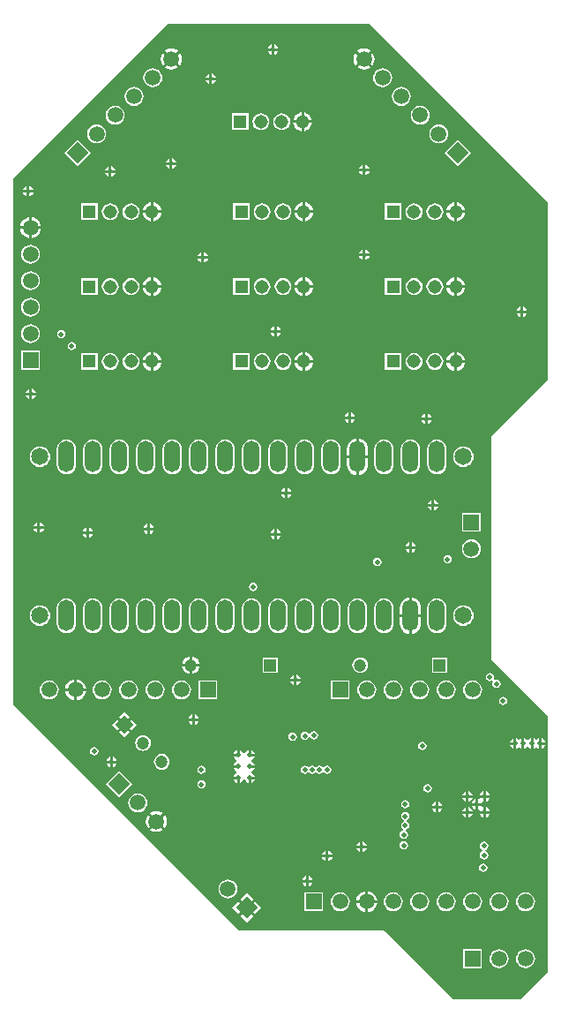
<source format=gtl>
G04*
G04 #@! TF.GenerationSoftware,Altium Limited,Altium Designer,19.1.8 (144)*
G04*
G04 Layer_Physical_Order=1*
G04 Layer_Color=255*
%FSLAX25Y25*%
%MOIN*%
G70*
G01*
G75*
%ADD26R,0.05906X0.05906*%
%ADD27C,0.05906*%
%ADD28P,0.08352X4X360.0*%
%ADD29R,0.04724X0.04724*%
%ADD30C,0.04724*%
%ADD31P,0.06681X4X360.0*%
%ADD32R,0.05906X0.05906*%
%ADD33P,0.08352X4X90.0*%
%ADD34R,0.05150X0.05150*%
%ADD35C,0.05150*%
%ADD36O,0.06000X0.11811*%
%ADD37C,0.06496*%
%ADD38C,0.01968*%
G36*
X205880Y302274D02*
Y235119D01*
X184679Y213918D01*
X184458Y213587D01*
X184380Y213197D01*
Y130197D01*
X184458Y129807D01*
X184679Y129476D01*
X205880Y108274D01*
Y11619D01*
X195478Y1216D01*
X170322D01*
X144621Y26918D01*
X144290Y27139D01*
X143900Y27216D01*
X89322D01*
X3920Y112619D01*
Y311275D01*
X62322Y369677D01*
X138478D01*
X205880Y302274D01*
D02*
G37*
%LPC*%
G36*
X102500Y361924D02*
Y360500D01*
X103924D01*
X103869Y360774D01*
X103431Y361431D01*
X102774Y361869D01*
X102500Y361924D01*
D02*
G37*
G36*
X101500D02*
X101226Y361869D01*
X100569Y361431D01*
X100131Y360774D01*
X100076Y360500D01*
X101500D01*
Y361924D01*
D02*
G37*
G36*
X103924Y359500D02*
X102500D01*
Y358076D01*
X102774Y358131D01*
X103431Y358569D01*
X103869Y359226D01*
X103924Y359500D01*
D02*
G37*
G36*
X101500D02*
X100076D01*
X100131Y359226D01*
X100569Y358569D01*
X101226Y358131D01*
X101500Y358076D01*
Y359500D01*
D02*
G37*
G36*
X63663Y360397D02*
X62631Y360261D01*
X61670Y359863D01*
X61244Y359536D01*
X63663Y357117D01*
X66082Y359536D01*
X65656Y359863D01*
X64695Y360261D01*
X63663Y360397D01*
D02*
G37*
G36*
X136397D02*
X135365Y360261D01*
X134403Y359863D01*
X133978Y359536D01*
X136397Y357117D01*
X138816Y359536D01*
X138390Y359863D01*
X137429Y360261D01*
X136397Y360397D01*
D02*
G37*
G36*
X60537Y358829D02*
X60210Y358403D01*
X59812Y357442D01*
X59676Y356410D01*
X59812Y355378D01*
X60210Y354417D01*
X60537Y353991D01*
X62956Y356410D01*
X60537Y358829D01*
D02*
G37*
G36*
X66789Y358829D02*
X64370Y356410D01*
X66789Y353991D01*
X67116Y354417D01*
X67514Y355378D01*
X67650Y356410D01*
X67514Y357442D01*
X67116Y358403D01*
X66789Y358829D01*
D02*
G37*
G36*
X133271Y358829D02*
X132944Y358403D01*
X132546Y357442D01*
X132410Y356410D01*
X132546Y355378D01*
X132944Y354417D01*
X133271Y353991D01*
X135690Y356410D01*
X133271Y358829D01*
D02*
G37*
G36*
X139523Y358829D02*
X137104Y356410D01*
X139523Y353991D01*
X139849Y354417D01*
X140248Y355378D01*
X140384Y356410D01*
X140248Y357442D01*
X139849Y358403D01*
X139523Y358829D01*
D02*
G37*
G36*
X136397Y355703D02*
X133978Y353284D01*
X134403Y352957D01*
X135365Y352559D01*
X136397Y352423D01*
X137429Y352559D01*
X138390Y352957D01*
X138816Y353284D01*
X136397Y355703D01*
D02*
G37*
G36*
X63663Y355703D02*
X61244Y353284D01*
X61670Y352957D01*
X62631Y352559D01*
X63663Y352423D01*
X64695Y352559D01*
X65656Y352957D01*
X66082Y353284D01*
X63663Y355703D01*
D02*
G37*
G36*
X79000Y350924D02*
Y349500D01*
X80424D01*
X80369Y349774D01*
X79931Y350431D01*
X79274Y350869D01*
X79000Y350924D01*
D02*
G37*
G36*
X78000D02*
X77726Y350869D01*
X77069Y350431D01*
X76631Y349774D01*
X76576Y349500D01*
X78000D01*
Y350924D01*
D02*
G37*
G36*
X80424Y348500D02*
X79000D01*
Y347076D01*
X79274Y347131D01*
X79931Y347569D01*
X80369Y348226D01*
X80424Y348500D01*
D02*
G37*
G36*
X78000D02*
X76576D01*
X76631Y348226D01*
X77069Y347569D01*
X77726Y347131D01*
X78000Y347076D01*
Y348500D01*
D02*
G37*
G36*
X143468Y352913D02*
X142543Y352791D01*
X141681Y352434D01*
X140941Y351866D01*
X140373Y351126D01*
X140016Y350264D01*
X139894Y349339D01*
X140016Y348414D01*
X140373Y347552D01*
X140941Y346812D01*
X141681Y346244D01*
X142543Y345887D01*
X143468Y345765D01*
X144393Y345887D01*
X145255Y346244D01*
X145995Y346812D01*
X146563Y347552D01*
X146920Y348414D01*
X147042Y349339D01*
X146920Y350264D01*
X146563Y351126D01*
X145995Y351866D01*
X145255Y352434D01*
X144393Y352791D01*
X143468Y352913D01*
D02*
G37*
G36*
X56592D02*
X55667Y352791D01*
X54805Y352434D01*
X54065Y351866D01*
X53497Y351126D01*
X53140Y350264D01*
X53018Y349339D01*
X53140Y348414D01*
X53497Y347552D01*
X54065Y346812D01*
X54805Y346244D01*
X55667Y345887D01*
X56592Y345765D01*
X57517Y345887D01*
X58379Y346244D01*
X59119Y346812D01*
X59687Y347552D01*
X60044Y348414D01*
X60166Y349339D01*
X60044Y350264D01*
X59687Y351126D01*
X59119Y351866D01*
X58379Y352434D01*
X57517Y352791D01*
X56592Y352913D01*
D02*
G37*
G36*
X49521Y345842D02*
X48596Y345720D01*
X47734Y345363D01*
X46994Y344795D01*
X46426Y344055D01*
X46069Y343193D01*
X45947Y342268D01*
X46069Y341343D01*
X46426Y340481D01*
X46994Y339741D01*
X47734Y339173D01*
X48596Y338816D01*
X49521Y338694D01*
X50446Y338816D01*
X51308Y339173D01*
X52048Y339741D01*
X52616Y340481D01*
X52973Y341343D01*
X53095Y342268D01*
X52973Y343193D01*
X52616Y344055D01*
X52048Y344795D01*
X51308Y345363D01*
X50446Y345720D01*
X49521Y345842D01*
D02*
G37*
G36*
X150539Y345842D02*
X149614Y345720D01*
X148752Y345363D01*
X148012Y344795D01*
X147444Y344055D01*
X147087Y343193D01*
X146965Y342268D01*
X147087Y341343D01*
X147444Y340481D01*
X148012Y339741D01*
X148752Y339173D01*
X149614Y338816D01*
X150539Y338694D01*
X151464Y338816D01*
X152326Y339173D01*
X153066Y339741D01*
X153634Y340481D01*
X153991Y341343D01*
X154113Y342268D01*
X153991Y343193D01*
X153634Y344055D01*
X153066Y344795D01*
X152326Y345363D01*
X151464Y345720D01*
X150539Y345842D01*
D02*
G37*
G36*
X113711Y336237D02*
Y333197D01*
X116751D01*
X116694Y333630D01*
X116334Y334500D01*
X115761Y335246D01*
X115014Y335819D01*
X114144Y336180D01*
X113711Y336237D01*
D02*
G37*
G36*
X112711D02*
X112278Y336180D01*
X111408Y335819D01*
X110661Y335246D01*
X110088Y334500D01*
X109728Y333630D01*
X109671Y333197D01*
X112711D01*
Y336237D01*
D02*
G37*
G36*
X157610Y338771D02*
X156685Y338649D01*
X155823Y338292D01*
X155083Y337724D01*
X154515Y336984D01*
X154158Y336122D01*
X154036Y335197D01*
X154158Y334272D01*
X154515Y333410D01*
X155083Y332670D01*
X155823Y332102D01*
X156685Y331745D01*
X157610Y331623D01*
X158535Y331745D01*
X159397Y332102D01*
X160137Y332670D01*
X160705Y333410D01*
X161062Y334272D01*
X161184Y335197D01*
X161062Y336122D01*
X160705Y336984D01*
X160137Y337724D01*
X159397Y338292D01*
X158535Y338649D01*
X157610Y338771D01*
D02*
G37*
G36*
X42450D02*
X41525Y338649D01*
X40663Y338292D01*
X39923Y337724D01*
X39355Y336984D01*
X38998Y336122D01*
X38876Y335197D01*
X38998Y334272D01*
X39355Y333410D01*
X39923Y332670D01*
X40663Y332102D01*
X41525Y331745D01*
X42450Y331623D01*
X43375Y331745D01*
X44237Y332102D01*
X44977Y332670D01*
X45545Y333410D01*
X45902Y334272D01*
X46024Y335197D01*
X45902Y336122D01*
X45545Y336984D01*
X44977Y337724D01*
X44237Y338292D01*
X43375Y338649D01*
X42450Y338771D01*
D02*
G37*
G36*
X92754Y335862D02*
X86424D01*
Y329532D01*
X92754D01*
Y335862D01*
D02*
G37*
G36*
X105337Y335890D02*
X104511Y335781D01*
X103741Y335462D01*
X103079Y334954D01*
X102572Y334293D01*
X102253Y333523D01*
X102144Y332697D01*
X102253Y331871D01*
X102572Y331101D01*
X103079Y330439D01*
X103741Y329932D01*
X104511Y329613D01*
X105337Y329504D01*
X106163Y329613D01*
X106933Y329932D01*
X107595Y330439D01*
X108102Y331101D01*
X108421Y331871D01*
X108530Y332697D01*
X108421Y333523D01*
X108102Y334293D01*
X107595Y334954D01*
X106933Y335462D01*
X106163Y335781D01*
X105337Y335890D01*
D02*
G37*
G36*
X97463D02*
X96637Y335781D01*
X95867Y335462D01*
X95205Y334954D01*
X94698Y334293D01*
X94379Y333523D01*
X94270Y332697D01*
X94379Y331871D01*
X94698Y331101D01*
X95205Y330439D01*
X95867Y329932D01*
X96637Y329613D01*
X97463Y329504D01*
X98289Y329613D01*
X99059Y329932D01*
X99721Y330439D01*
X100228Y331101D01*
X100547Y331871D01*
X100656Y332697D01*
X100547Y333523D01*
X100228Y334293D01*
X99721Y334954D01*
X99059Y335462D01*
X98289Y335781D01*
X97463Y335890D01*
D02*
G37*
G36*
X116751Y332197D02*
X113711D01*
Y329157D01*
X114144Y329214D01*
X115014Y329574D01*
X115761Y330147D01*
X116334Y330894D01*
X116694Y331764D01*
X116751Y332197D01*
D02*
G37*
G36*
X112711D02*
X109671D01*
X109728Y331764D01*
X110088Y330894D01*
X110661Y330147D01*
X111408Y329574D01*
X112278Y329214D01*
X112711Y329157D01*
Y332197D01*
D02*
G37*
G36*
X164681Y331700D02*
X163756Y331578D01*
X162894Y331221D01*
X162154Y330653D01*
X161586Y329913D01*
X161229Y329051D01*
X161107Y328126D01*
X161229Y327201D01*
X161586Y326339D01*
X162154Y325599D01*
X162894Y325031D01*
X163756Y324674D01*
X164681Y324552D01*
X165606Y324674D01*
X166468Y325031D01*
X167208Y325599D01*
X167776Y326339D01*
X168133Y327201D01*
X168255Y328126D01*
X168133Y329051D01*
X167776Y329913D01*
X167208Y330653D01*
X166468Y331221D01*
X165606Y331578D01*
X164681Y331700D01*
D02*
G37*
G36*
X35379D02*
X34454Y331578D01*
X33592Y331221D01*
X32852Y330653D01*
X32284Y329913D01*
X31927Y329051D01*
X31805Y328126D01*
X31927Y327201D01*
X32284Y326339D01*
X32852Y325599D01*
X33592Y325031D01*
X34454Y324674D01*
X35379Y324552D01*
X36304Y324674D01*
X37166Y325031D01*
X37906Y325599D01*
X38474Y326339D01*
X38831Y327201D01*
X38953Y328126D01*
X38831Y329051D01*
X38474Y329913D01*
X37906Y330653D01*
X37166Y331221D01*
X36304Y331578D01*
X35379Y331700D01*
D02*
G37*
G36*
X64000Y318924D02*
Y317500D01*
X65424D01*
X65369Y317774D01*
X64931Y318431D01*
X64274Y318869D01*
X64000Y318924D01*
D02*
G37*
G36*
X63000D02*
X62726Y318869D01*
X62069Y318431D01*
X61631Y317774D01*
X61576Y317500D01*
X63000D01*
Y318924D01*
D02*
G37*
G36*
X171752Y326066D02*
X166741Y321055D01*
X171752Y316044D01*
X176763Y321055D01*
X171752Y326066D01*
D02*
G37*
G36*
X28308D02*
X23297Y321055D01*
X28308Y316044D01*
X33319Y321055D01*
X28308Y326066D01*
D02*
G37*
G36*
X65424Y316500D02*
X64000D01*
Y315076D01*
X64274Y315131D01*
X64931Y315569D01*
X65369Y316226D01*
X65424Y316500D01*
D02*
G37*
G36*
X63000D02*
X61576D01*
X61631Y316226D01*
X62069Y315569D01*
X62726Y315131D01*
X63000Y315076D01*
Y316500D01*
D02*
G37*
G36*
X137000Y316424D02*
Y315000D01*
X138424D01*
X138369Y315274D01*
X137931Y315931D01*
X137274Y316369D01*
X137000Y316424D01*
D02*
G37*
G36*
X136000D02*
X135726Y316369D01*
X135069Y315931D01*
X134631Y315274D01*
X134576Y315000D01*
X136000D01*
Y316424D01*
D02*
G37*
G36*
X41000Y315924D02*
Y314500D01*
X42424D01*
X42369Y314774D01*
X41931Y315431D01*
X41274Y315869D01*
X41000Y315924D01*
D02*
G37*
G36*
X40000D02*
X39726Y315869D01*
X39069Y315431D01*
X38631Y314774D01*
X38576Y314500D01*
X40000D01*
Y315924D01*
D02*
G37*
G36*
X138424Y314000D02*
X137000D01*
Y312576D01*
X137274Y312631D01*
X137931Y313069D01*
X138369Y313726D01*
X138424Y314000D01*
D02*
G37*
G36*
X136000D02*
X134576D01*
X134631Y313726D01*
X135069Y313069D01*
X135726Y312631D01*
X136000Y312576D01*
Y314000D01*
D02*
G37*
G36*
X42424Y313500D02*
X41000D01*
Y312076D01*
X41274Y312131D01*
X41931Y312569D01*
X42369Y313226D01*
X42424Y313500D01*
D02*
G37*
G36*
X40000D02*
X38576D01*
X38631Y313226D01*
X39069Y312569D01*
X39726Y312131D01*
X40000Y312076D01*
Y313500D01*
D02*
G37*
G36*
X10000Y308424D02*
Y307000D01*
X11424D01*
X11369Y307274D01*
X10931Y307931D01*
X10274Y308369D01*
X10000Y308424D01*
D02*
G37*
G36*
X9000D02*
X8726Y308369D01*
X8069Y307931D01*
X7631Y307274D01*
X7576Y307000D01*
X9000D01*
Y308424D01*
D02*
G37*
G36*
X11424Y306000D02*
X10000D01*
Y304576D01*
X10274Y304631D01*
X10931Y305069D01*
X11369Y305726D01*
X11424Y306000D01*
D02*
G37*
G36*
X9000D02*
X7576D01*
X7631Y305726D01*
X8069Y305069D01*
X8726Y304631D01*
X9000Y304576D01*
Y306000D01*
D02*
G37*
G36*
X171593Y302237D02*
Y299197D01*
X174633D01*
X174576Y299630D01*
X174215Y300500D01*
X173643Y301246D01*
X172896Y301819D01*
X172026Y302180D01*
X171593Y302237D01*
D02*
G37*
G36*
X170593D02*
X170160Y302180D01*
X169290Y301819D01*
X168543Y301246D01*
X167970Y300500D01*
X167610Y299630D01*
X167553Y299197D01*
X170593D01*
Y302237D01*
D02*
G37*
G36*
X114184D02*
Y299197D01*
X117224D01*
X117167Y299630D01*
X116807Y300500D01*
X116234Y301246D01*
X115487Y301819D01*
X114618Y302180D01*
X114184Y302237D01*
D02*
G37*
G36*
X113184D02*
X112751Y302180D01*
X111882Y301819D01*
X111135Y301246D01*
X110562Y300500D01*
X110202Y299630D01*
X110145Y299197D01*
X113184D01*
Y302237D01*
D02*
G37*
G36*
X56776D02*
Y299197D01*
X59816D01*
X59759Y299630D01*
X59399Y300500D01*
X58826Y301246D01*
X58079Y301819D01*
X57209Y302180D01*
X56776Y302237D01*
D02*
G37*
G36*
X55776D02*
X55343Y302180D01*
X54473Y301819D01*
X53726Y301246D01*
X53153Y300500D01*
X52793Y299630D01*
X52736Y299197D01*
X55776D01*
Y302237D01*
D02*
G37*
G36*
X150636Y301862D02*
X144306D01*
Y295532D01*
X150636D01*
Y301862D01*
D02*
G37*
G36*
X93228D02*
X86897D01*
Y295532D01*
X93228D01*
Y301862D01*
D02*
G37*
G36*
X35819D02*
X29489D01*
Y295532D01*
X35819D01*
Y301862D01*
D02*
G37*
G36*
X163219Y301889D02*
X162393Y301781D01*
X161623Y301462D01*
X160961Y300954D01*
X160454Y300293D01*
X160135Y299523D01*
X160026Y298697D01*
X160135Y297870D01*
X160454Y297100D01*
X160961Y296439D01*
X161623Y295932D01*
X162393Y295613D01*
X163219Y295504D01*
X164045Y295613D01*
X164815Y295932D01*
X165476Y296439D01*
X165984Y297100D01*
X166303Y297870D01*
X166412Y298697D01*
X166303Y299523D01*
X165984Y300293D01*
X165476Y300954D01*
X164815Y301462D01*
X164045Y301781D01*
X163219Y301889D01*
D02*
G37*
G36*
X155345D02*
X154519Y301781D01*
X153749Y301462D01*
X153087Y300954D01*
X152580Y300293D01*
X152261Y299523D01*
X152152Y298697D01*
X152261Y297870D01*
X152580Y297100D01*
X153087Y296439D01*
X153749Y295932D01*
X154519Y295613D01*
X155345Y295504D01*
X156171Y295613D01*
X156941Y295932D01*
X157602Y296439D01*
X158110Y297100D01*
X158429Y297870D01*
X158537Y298697D01*
X158429Y299523D01*
X158110Y300293D01*
X157602Y300954D01*
X156941Y301462D01*
X156171Y301781D01*
X155345Y301889D01*
D02*
G37*
G36*
X105810D02*
X104984Y301781D01*
X104214Y301462D01*
X103553Y300954D01*
X103045Y300293D01*
X102727Y299523D01*
X102618Y298697D01*
X102727Y297870D01*
X103045Y297100D01*
X103553Y296439D01*
X104214Y295932D01*
X104984Y295613D01*
X105810Y295504D01*
X106637Y295613D01*
X107407Y295932D01*
X108068Y296439D01*
X108575Y297100D01*
X108894Y297870D01*
X109003Y298697D01*
X108894Y299523D01*
X108575Y300293D01*
X108068Y300954D01*
X107407Y301462D01*
X106637Y301781D01*
X105810Y301889D01*
D02*
G37*
G36*
X97936D02*
X97110Y301781D01*
X96340Y301462D01*
X95679Y300954D01*
X95171Y300293D01*
X94853Y299523D01*
X94744Y298697D01*
X94853Y297870D01*
X95171Y297100D01*
X95679Y296439D01*
X96340Y295932D01*
X97110Y295613D01*
X97936Y295504D01*
X98763Y295613D01*
X99533Y295932D01*
X100194Y296439D01*
X100701Y297100D01*
X101020Y297870D01*
X101129Y298697D01*
X101020Y299523D01*
X100701Y300293D01*
X100194Y300954D01*
X99533Y301462D01*
X98763Y301781D01*
X97936Y301889D01*
D02*
G37*
G36*
X48402D02*
X47576Y301781D01*
X46806Y301462D01*
X46144Y300954D01*
X45637Y300293D01*
X45318Y299523D01*
X45209Y298697D01*
X45318Y297870D01*
X45637Y297100D01*
X46144Y296439D01*
X46806Y295932D01*
X47576Y295613D01*
X48402Y295504D01*
X49228Y295613D01*
X49998Y295932D01*
X50660Y296439D01*
X51167Y297100D01*
X51486Y297870D01*
X51595Y298697D01*
X51486Y299523D01*
X51167Y300293D01*
X50660Y300954D01*
X49998Y301462D01*
X49228Y301781D01*
X48402Y301889D01*
D02*
G37*
G36*
X40528D02*
X39702Y301781D01*
X38932Y301462D01*
X38270Y300954D01*
X37763Y300293D01*
X37444Y299523D01*
X37335Y298697D01*
X37444Y297870D01*
X37763Y297100D01*
X38270Y296439D01*
X38932Y295932D01*
X39702Y295613D01*
X40528Y295504D01*
X41354Y295613D01*
X42124Y295932D01*
X42786Y296439D01*
X43293Y297100D01*
X43612Y297870D01*
X43721Y298697D01*
X43612Y299523D01*
X43293Y300293D01*
X42786Y300954D01*
X42124Y301462D01*
X41354Y301781D01*
X40528Y301889D01*
D02*
G37*
G36*
X174633Y298197D02*
X171593D01*
Y295157D01*
X172026Y295214D01*
X172896Y295574D01*
X173643Y296147D01*
X174215Y296894D01*
X174576Y297764D01*
X174633Y298197D01*
D02*
G37*
G36*
X170593D02*
X167553D01*
X167610Y297764D01*
X167970Y296894D01*
X168543Y296147D01*
X169290Y295574D01*
X170160Y295214D01*
X170593Y295157D01*
Y298197D01*
D02*
G37*
G36*
X117224D02*
X114184D01*
Y295157D01*
X114618Y295214D01*
X115487Y295574D01*
X116234Y296147D01*
X116807Y296894D01*
X117167Y297764D01*
X117224Y298197D01*
D02*
G37*
G36*
X113184D02*
X110145D01*
X110202Y297764D01*
X110562Y296894D01*
X111135Y296147D01*
X111882Y295574D01*
X112751Y295214D01*
X113184Y295157D01*
Y298197D01*
D02*
G37*
G36*
X59816D02*
X56776D01*
Y295157D01*
X57209Y295214D01*
X58079Y295574D01*
X58826Y296147D01*
X59399Y296894D01*
X59759Y297764D01*
X59816Y298197D01*
D02*
G37*
G36*
X55776D02*
X52736D01*
X52793Y297764D01*
X53153Y296894D01*
X53726Y296147D01*
X54473Y295574D01*
X55343Y295214D01*
X55776Y295157D01*
Y298197D01*
D02*
G37*
G36*
X10900Y296618D02*
Y293197D01*
X14321D01*
X14251Y293729D01*
X13853Y294690D01*
X13219Y295516D01*
X12393Y296150D01*
X11432Y296548D01*
X10900Y296618D01*
D02*
G37*
G36*
X9900D02*
X9368Y296548D01*
X8407Y296150D01*
X7581Y295516D01*
X6947Y294690D01*
X6549Y293729D01*
X6479Y293197D01*
X9900D01*
Y296618D01*
D02*
G37*
G36*
Y292197D02*
X6479D01*
X6549Y291665D01*
X6947Y290703D01*
X7581Y289878D01*
X8407Y289244D01*
X9368Y288846D01*
X9900Y288776D01*
Y292197D01*
D02*
G37*
G36*
X14321D02*
X10900D01*
Y288776D01*
X11432Y288846D01*
X12393Y289244D01*
X13219Y289878D01*
X13853Y290703D01*
X14251Y291665D01*
X14321Y292197D01*
D02*
G37*
G36*
X137000Y284424D02*
Y283000D01*
X138424D01*
X138369Y283274D01*
X137931Y283931D01*
X137274Y284369D01*
X137000Y284424D01*
D02*
G37*
G36*
X136000D02*
X135726Y284369D01*
X135069Y283931D01*
X134631Y283274D01*
X134576Y283000D01*
X136000D01*
Y284424D01*
D02*
G37*
G36*
X76000Y283424D02*
Y282000D01*
X77424D01*
X77369Y282274D01*
X76931Y282931D01*
X76274Y283369D01*
X76000Y283424D01*
D02*
G37*
G36*
X75000D02*
X74726Y283369D01*
X74069Y282931D01*
X73631Y282274D01*
X73576Y282000D01*
X75000D01*
Y283424D01*
D02*
G37*
G36*
X138424Y282000D02*
X137000D01*
Y280576D01*
X137274Y280631D01*
X137931Y281069D01*
X138369Y281726D01*
X138424Y282000D01*
D02*
G37*
G36*
X136000D02*
X134576D01*
X134631Y281726D01*
X135069Y281069D01*
X135726Y280631D01*
X136000Y280576D01*
Y282000D01*
D02*
G37*
G36*
X77424Y281000D02*
X76000D01*
Y279576D01*
X76274Y279631D01*
X76931Y280069D01*
X77369Y280726D01*
X77424Y281000D01*
D02*
G37*
G36*
X75000D02*
X73576D01*
X73631Y280726D01*
X74069Y280069D01*
X74726Y279631D01*
X75000Y279576D01*
Y281000D01*
D02*
G37*
G36*
X10400Y286271D02*
X9475Y286149D01*
X8613Y285792D01*
X7873Y285224D01*
X7305Y284484D01*
X6948Y283622D01*
X6826Y282697D01*
X6948Y281772D01*
X7305Y280910D01*
X7873Y280170D01*
X8613Y279602D01*
X9475Y279245D01*
X10400Y279123D01*
X11325Y279245D01*
X12187Y279602D01*
X12927Y280170D01*
X13495Y280910D01*
X13852Y281772D01*
X13974Y282697D01*
X13852Y283622D01*
X13495Y284484D01*
X12927Y285224D01*
X12187Y285792D01*
X11325Y286149D01*
X10400Y286271D01*
D02*
G37*
G36*
X171593Y273987D02*
Y270947D01*
X174633D01*
X174576Y271380D01*
X174215Y272250D01*
X173643Y272996D01*
X172896Y273569D01*
X172026Y273930D01*
X171593Y273987D01*
D02*
G37*
G36*
X170593D02*
X170160Y273930D01*
X169290Y273569D01*
X168543Y272996D01*
X167970Y272250D01*
X167610Y271380D01*
X167553Y270947D01*
X170593D01*
Y273987D01*
D02*
G37*
G36*
X114184D02*
Y270947D01*
X117224D01*
X117167Y271380D01*
X116807Y272250D01*
X116234Y272996D01*
X115487Y273569D01*
X114618Y273930D01*
X114184Y273987D01*
D02*
G37*
G36*
X113184D02*
X112751Y273930D01*
X111882Y273569D01*
X111135Y272996D01*
X110562Y272250D01*
X110202Y271380D01*
X110145Y270947D01*
X113184D01*
Y273987D01*
D02*
G37*
G36*
X56776D02*
Y270947D01*
X59816D01*
X59759Y271380D01*
X59399Y272250D01*
X58826Y272996D01*
X58079Y273569D01*
X57209Y273930D01*
X56776Y273987D01*
D02*
G37*
G36*
X55776D02*
X55343Y273930D01*
X54473Y273569D01*
X53726Y272996D01*
X53153Y272250D01*
X52793Y271380D01*
X52736Y270947D01*
X55776D01*
Y273987D01*
D02*
G37*
G36*
X10400Y276271D02*
X9475Y276149D01*
X8613Y275792D01*
X7873Y275224D01*
X7305Y274484D01*
X6948Y273622D01*
X6826Y272697D01*
X6948Y271772D01*
X7305Y270910D01*
X7873Y270170D01*
X8613Y269602D01*
X9475Y269245D01*
X10400Y269123D01*
X11325Y269245D01*
X12187Y269602D01*
X12927Y270170D01*
X13495Y270910D01*
X13852Y271772D01*
X13974Y272697D01*
X13852Y273622D01*
X13495Y274484D01*
X12927Y275224D01*
X12187Y275792D01*
X11325Y276149D01*
X10400Y276271D01*
D02*
G37*
G36*
X150636Y273612D02*
X144306D01*
Y267282D01*
X150636D01*
Y273612D01*
D02*
G37*
G36*
X93228D02*
X86897D01*
Y267282D01*
X93228D01*
Y273612D01*
D02*
G37*
G36*
X35819D02*
X29489D01*
Y267282D01*
X35819D01*
Y273612D01*
D02*
G37*
G36*
X163219Y273639D02*
X162393Y273531D01*
X161623Y273212D01*
X160961Y272704D01*
X160454Y272043D01*
X160135Y271273D01*
X160026Y270447D01*
X160135Y269620D01*
X160454Y268850D01*
X160961Y268189D01*
X161623Y267682D01*
X162393Y267363D01*
X163219Y267254D01*
X164045Y267363D01*
X164815Y267682D01*
X165476Y268189D01*
X165984Y268850D01*
X166303Y269620D01*
X166412Y270447D01*
X166303Y271273D01*
X165984Y272043D01*
X165476Y272704D01*
X164815Y273212D01*
X164045Y273531D01*
X163219Y273639D01*
D02*
G37*
G36*
X155345D02*
X154519Y273531D01*
X153749Y273212D01*
X153087Y272704D01*
X152580Y272043D01*
X152261Y271273D01*
X152152Y270447D01*
X152261Y269620D01*
X152580Y268850D01*
X153087Y268189D01*
X153749Y267682D01*
X154519Y267363D01*
X155345Y267254D01*
X156171Y267363D01*
X156941Y267682D01*
X157602Y268189D01*
X158110Y268850D01*
X158429Y269620D01*
X158537Y270447D01*
X158429Y271273D01*
X158110Y272043D01*
X157602Y272704D01*
X156941Y273212D01*
X156171Y273531D01*
X155345Y273639D01*
D02*
G37*
G36*
X105810D02*
X104984Y273531D01*
X104214Y273212D01*
X103553Y272704D01*
X103045Y272043D01*
X102727Y271273D01*
X102618Y270447D01*
X102727Y269620D01*
X103045Y268850D01*
X103553Y268189D01*
X104214Y267682D01*
X104984Y267363D01*
X105810Y267254D01*
X106637Y267363D01*
X107407Y267682D01*
X108068Y268189D01*
X108575Y268850D01*
X108894Y269620D01*
X109003Y270447D01*
X108894Y271273D01*
X108575Y272043D01*
X108068Y272704D01*
X107407Y273212D01*
X106637Y273531D01*
X105810Y273639D01*
D02*
G37*
G36*
X97936D02*
X97110Y273531D01*
X96340Y273212D01*
X95679Y272704D01*
X95171Y272043D01*
X94853Y271273D01*
X94744Y270447D01*
X94853Y269620D01*
X95171Y268850D01*
X95679Y268189D01*
X96340Y267682D01*
X97110Y267363D01*
X97936Y267254D01*
X98763Y267363D01*
X99533Y267682D01*
X100194Y268189D01*
X100701Y268850D01*
X101020Y269620D01*
X101129Y270447D01*
X101020Y271273D01*
X100701Y272043D01*
X100194Y272704D01*
X99533Y273212D01*
X98763Y273531D01*
X97936Y273639D01*
D02*
G37*
G36*
X48402D02*
X47576Y273531D01*
X46806Y273212D01*
X46144Y272704D01*
X45637Y272043D01*
X45318Y271273D01*
X45209Y270447D01*
X45318Y269620D01*
X45637Y268850D01*
X46144Y268189D01*
X46806Y267682D01*
X47576Y267363D01*
X48402Y267254D01*
X49228Y267363D01*
X49998Y267682D01*
X50660Y268189D01*
X51167Y268850D01*
X51486Y269620D01*
X51595Y270447D01*
X51486Y271273D01*
X51167Y272043D01*
X50660Y272704D01*
X49998Y273212D01*
X49228Y273531D01*
X48402Y273639D01*
D02*
G37*
G36*
X40528D02*
X39702Y273531D01*
X38932Y273212D01*
X38270Y272704D01*
X37763Y272043D01*
X37444Y271273D01*
X37335Y270447D01*
X37444Y269620D01*
X37763Y268850D01*
X38270Y268189D01*
X38932Y267682D01*
X39702Y267363D01*
X40528Y267254D01*
X41354Y267363D01*
X42124Y267682D01*
X42786Y268189D01*
X43293Y268850D01*
X43612Y269620D01*
X43721Y270447D01*
X43612Y271273D01*
X43293Y272043D01*
X42786Y272704D01*
X42124Y273212D01*
X41354Y273531D01*
X40528Y273639D01*
D02*
G37*
G36*
X174633Y269947D02*
X171593D01*
Y266907D01*
X172026Y266964D01*
X172896Y267324D01*
X173643Y267897D01*
X174215Y268644D01*
X174576Y269514D01*
X174633Y269947D01*
D02*
G37*
G36*
X170593D02*
X167553D01*
X167610Y269514D01*
X167970Y268644D01*
X168543Y267897D01*
X169290Y267324D01*
X170160Y266964D01*
X170593Y266907D01*
Y269947D01*
D02*
G37*
G36*
X117224D02*
X114184D01*
Y266907D01*
X114618Y266964D01*
X115487Y267324D01*
X116234Y267897D01*
X116807Y268644D01*
X117167Y269514D01*
X117224Y269947D01*
D02*
G37*
G36*
X113184D02*
X110145D01*
X110202Y269514D01*
X110562Y268644D01*
X111135Y267897D01*
X111882Y267324D01*
X112751Y266964D01*
X113184Y266907D01*
Y269947D01*
D02*
G37*
G36*
X59816D02*
X56776D01*
Y266907D01*
X57209Y266964D01*
X58079Y267324D01*
X58826Y267897D01*
X59399Y268644D01*
X59759Y269514D01*
X59816Y269947D01*
D02*
G37*
G36*
X55776D02*
X52736D01*
X52793Y269514D01*
X53153Y268644D01*
X53726Y267897D01*
X54473Y267324D01*
X55343Y266964D01*
X55776Y266907D01*
Y269947D01*
D02*
G37*
G36*
X196500Y262924D02*
Y261500D01*
X197924D01*
X197869Y261774D01*
X197431Y262431D01*
X196774Y262869D01*
X196500Y262924D01*
D02*
G37*
G36*
X195500D02*
X195226Y262869D01*
X194569Y262431D01*
X194131Y261774D01*
X194076Y261500D01*
X195500D01*
Y262924D01*
D02*
G37*
G36*
X10400Y266271D02*
X9475Y266149D01*
X8613Y265792D01*
X7873Y265224D01*
X7305Y264484D01*
X6948Y263622D01*
X6826Y262697D01*
X6948Y261772D01*
X7305Y260910D01*
X7873Y260170D01*
X8613Y259602D01*
X9475Y259245D01*
X10400Y259123D01*
X11325Y259245D01*
X12187Y259602D01*
X12927Y260170D01*
X13495Y260910D01*
X13852Y261772D01*
X13974Y262697D01*
X13852Y263622D01*
X13495Y264484D01*
X12927Y265224D01*
X12187Y265792D01*
X11325Y266149D01*
X10400Y266271D01*
D02*
G37*
G36*
X197924Y260500D02*
X196500D01*
Y259076D01*
X196774Y259131D01*
X197431Y259569D01*
X197869Y260226D01*
X197924Y260500D01*
D02*
G37*
G36*
X195500D02*
X194076D01*
X194131Y260226D01*
X194569Y259569D01*
X195226Y259131D01*
X195500Y259076D01*
Y260500D01*
D02*
G37*
G36*
X103500Y255424D02*
Y254000D01*
X104924D01*
X104869Y254274D01*
X104431Y254931D01*
X103774Y255369D01*
X103500Y255424D01*
D02*
G37*
G36*
X102500D02*
X102226Y255369D01*
X101569Y254931D01*
X101131Y254274D01*
X101076Y254000D01*
X102500D01*
Y255424D01*
D02*
G37*
G36*
X104924Y253000D02*
X103500D01*
Y251576D01*
X103774Y251631D01*
X104431Y252069D01*
X104869Y252726D01*
X104924Y253000D01*
D02*
G37*
G36*
X102500D02*
X101076D01*
X101131Y252726D01*
X101569Y252069D01*
X102226Y251631D01*
X102500Y251576D01*
Y253000D01*
D02*
G37*
G36*
X22000Y254106D02*
X21385Y253983D01*
X20865Y253635D01*
X20517Y253115D01*
X20394Y252500D01*
X20517Y251886D01*
X20865Y251365D01*
X21385Y251017D01*
X22000Y250894D01*
X22614Y251017D01*
X23135Y251365D01*
X23483Y251886D01*
X23606Y252500D01*
X23483Y253115D01*
X23135Y253635D01*
X22614Y253983D01*
X22000Y254106D01*
D02*
G37*
G36*
X10400Y256271D02*
X9475Y256149D01*
X8613Y255792D01*
X7873Y255224D01*
X7305Y254484D01*
X6948Y253622D01*
X6826Y252697D01*
X6948Y251772D01*
X7305Y250910D01*
X7873Y250170D01*
X8613Y249602D01*
X9475Y249245D01*
X10400Y249123D01*
X11325Y249245D01*
X12187Y249602D01*
X12927Y250170D01*
X13495Y250910D01*
X13852Y251772D01*
X13974Y252697D01*
X13852Y253622D01*
X13495Y254484D01*
X12927Y255224D01*
X12187Y255792D01*
X11325Y256149D01*
X10400Y256271D01*
D02*
G37*
G36*
X26000Y249606D02*
X25385Y249483D01*
X24865Y249135D01*
X24517Y248615D01*
X24394Y248000D01*
X24517Y247386D01*
X24865Y246865D01*
X25385Y246517D01*
X26000Y246394D01*
X26614Y246517D01*
X27135Y246865D01*
X27483Y247386D01*
X27606Y248000D01*
X27483Y248615D01*
X27135Y249135D01*
X26614Y249483D01*
X26000Y249606D01*
D02*
G37*
G36*
X171593Y245737D02*
Y242697D01*
X174633D01*
X174576Y243130D01*
X174215Y244000D01*
X173643Y244746D01*
X172896Y245319D01*
X172026Y245680D01*
X171593Y245737D01*
D02*
G37*
G36*
X170593D02*
X170160Y245680D01*
X169290Y245319D01*
X168543Y244746D01*
X167970Y244000D01*
X167610Y243130D01*
X167553Y242697D01*
X170593D01*
Y245737D01*
D02*
G37*
G36*
X114184D02*
Y242697D01*
X117224D01*
X117167Y243130D01*
X116807Y244000D01*
X116234Y244746D01*
X115487Y245319D01*
X114618Y245680D01*
X114184Y245737D01*
D02*
G37*
G36*
X113184D02*
X112751Y245680D01*
X111882Y245319D01*
X111135Y244746D01*
X110562Y244000D01*
X110202Y243130D01*
X110145Y242697D01*
X113184D01*
Y245737D01*
D02*
G37*
G36*
X56776D02*
Y242697D01*
X59816D01*
X59759Y243130D01*
X59399Y244000D01*
X58826Y244746D01*
X58079Y245319D01*
X57209Y245680D01*
X56776Y245737D01*
D02*
G37*
G36*
X55776D02*
X55343Y245680D01*
X54473Y245319D01*
X53726Y244746D01*
X53153Y244000D01*
X52793Y243130D01*
X52736Y242697D01*
X55776D01*
Y245737D01*
D02*
G37*
G36*
X13943Y246240D02*
X6857D01*
Y239154D01*
X13943D01*
Y246240D01*
D02*
G37*
G36*
X150636Y245362D02*
X144306D01*
Y239032D01*
X150636D01*
Y245362D01*
D02*
G37*
G36*
X93228D02*
X86897D01*
Y239032D01*
X93228D01*
Y245362D01*
D02*
G37*
G36*
X35819D02*
X29489D01*
Y239032D01*
X35819D01*
Y245362D01*
D02*
G37*
G36*
X163219Y245390D02*
X162393Y245281D01*
X161623Y244962D01*
X160961Y244454D01*
X160454Y243793D01*
X160135Y243023D01*
X160026Y242197D01*
X160135Y241371D01*
X160454Y240600D01*
X160961Y239939D01*
X161623Y239432D01*
X162393Y239113D01*
X163219Y239004D01*
X164045Y239113D01*
X164815Y239432D01*
X165476Y239939D01*
X165984Y240600D01*
X166303Y241371D01*
X166412Y242197D01*
X166303Y243023D01*
X165984Y243793D01*
X165476Y244454D01*
X164815Y244962D01*
X164045Y245281D01*
X163219Y245390D01*
D02*
G37*
G36*
X155345D02*
X154519Y245281D01*
X153749Y244962D01*
X153087Y244454D01*
X152580Y243793D01*
X152261Y243023D01*
X152152Y242197D01*
X152261Y241371D01*
X152580Y240600D01*
X153087Y239939D01*
X153749Y239432D01*
X154519Y239113D01*
X155345Y239004D01*
X156171Y239113D01*
X156941Y239432D01*
X157602Y239939D01*
X158110Y240600D01*
X158429Y241371D01*
X158537Y242197D01*
X158429Y243023D01*
X158110Y243793D01*
X157602Y244454D01*
X156941Y244962D01*
X156171Y245281D01*
X155345Y245390D01*
D02*
G37*
G36*
X105810D02*
X104984Y245281D01*
X104214Y244962D01*
X103553Y244454D01*
X103045Y243793D01*
X102727Y243023D01*
X102618Y242197D01*
X102727Y241371D01*
X103045Y240600D01*
X103553Y239939D01*
X104214Y239432D01*
X104984Y239113D01*
X105810Y239004D01*
X106637Y239113D01*
X107407Y239432D01*
X108068Y239939D01*
X108575Y240600D01*
X108894Y241371D01*
X109003Y242197D01*
X108894Y243023D01*
X108575Y243793D01*
X108068Y244454D01*
X107407Y244962D01*
X106637Y245281D01*
X105810Y245390D01*
D02*
G37*
G36*
X97936D02*
X97110Y245281D01*
X96340Y244962D01*
X95679Y244454D01*
X95171Y243793D01*
X94853Y243023D01*
X94744Y242197D01*
X94853Y241371D01*
X95171Y240600D01*
X95679Y239939D01*
X96340Y239432D01*
X97110Y239113D01*
X97936Y239004D01*
X98763Y239113D01*
X99533Y239432D01*
X100194Y239939D01*
X100701Y240600D01*
X101020Y241371D01*
X101129Y242197D01*
X101020Y243023D01*
X100701Y243793D01*
X100194Y244454D01*
X99533Y244962D01*
X98763Y245281D01*
X97936Y245390D01*
D02*
G37*
G36*
X48402D02*
X47576Y245281D01*
X46806Y244962D01*
X46144Y244454D01*
X45637Y243793D01*
X45318Y243023D01*
X45209Y242197D01*
X45318Y241371D01*
X45637Y240600D01*
X46144Y239939D01*
X46806Y239432D01*
X47576Y239113D01*
X48402Y239004D01*
X49228Y239113D01*
X49998Y239432D01*
X50660Y239939D01*
X51167Y240600D01*
X51486Y241371D01*
X51595Y242197D01*
X51486Y243023D01*
X51167Y243793D01*
X50660Y244454D01*
X49998Y244962D01*
X49228Y245281D01*
X48402Y245390D01*
D02*
G37*
G36*
X40528D02*
X39702Y245281D01*
X38932Y244962D01*
X38270Y244454D01*
X37763Y243793D01*
X37444Y243023D01*
X37335Y242197D01*
X37444Y241371D01*
X37763Y240600D01*
X38270Y239939D01*
X38932Y239432D01*
X39702Y239113D01*
X40528Y239004D01*
X41354Y239113D01*
X42124Y239432D01*
X42786Y239939D01*
X43293Y240600D01*
X43612Y241371D01*
X43721Y242197D01*
X43612Y243023D01*
X43293Y243793D01*
X42786Y244454D01*
X42124Y244962D01*
X41354Y245281D01*
X40528Y245390D01*
D02*
G37*
G36*
X174633Y241697D02*
X171593D01*
Y238657D01*
X172026Y238714D01*
X172896Y239074D01*
X173643Y239647D01*
X174215Y240394D01*
X174576Y241264D01*
X174633Y241697D01*
D02*
G37*
G36*
X170593D02*
X167553D01*
X167610Y241264D01*
X167970Y240394D01*
X168543Y239647D01*
X169290Y239074D01*
X170160Y238714D01*
X170593Y238657D01*
Y241697D01*
D02*
G37*
G36*
X117224D02*
X114184D01*
Y238657D01*
X114618Y238714D01*
X115487Y239074D01*
X116234Y239647D01*
X116807Y240394D01*
X117167Y241264D01*
X117224Y241697D01*
D02*
G37*
G36*
X113184D02*
X110145D01*
X110202Y241264D01*
X110562Y240394D01*
X111135Y239647D01*
X111882Y239074D01*
X112751Y238714D01*
X113184Y238657D01*
Y241697D01*
D02*
G37*
G36*
X59816D02*
X56776D01*
Y238657D01*
X57209Y238714D01*
X58079Y239074D01*
X58826Y239647D01*
X59399Y240394D01*
X59759Y241264D01*
X59816Y241697D01*
D02*
G37*
G36*
X55776D02*
X52736D01*
X52793Y241264D01*
X53153Y240394D01*
X53726Y239647D01*
X54473Y239074D01*
X55343Y238714D01*
X55776Y238657D01*
Y241697D01*
D02*
G37*
G36*
X11000Y231924D02*
Y230500D01*
X12424D01*
X12369Y230774D01*
X11931Y231431D01*
X11274Y231869D01*
X11000Y231924D01*
D02*
G37*
G36*
X10000D02*
X9726Y231869D01*
X9069Y231431D01*
X8631Y230774D01*
X8576Y230500D01*
X10000D01*
Y231924D01*
D02*
G37*
G36*
X12424Y229500D02*
X11000D01*
Y228076D01*
X11274Y228131D01*
X11931Y228569D01*
X12369Y229226D01*
X12424Y229500D01*
D02*
G37*
G36*
X10000D02*
X8576D01*
X8631Y229226D01*
X9069Y228569D01*
X9726Y228131D01*
X10000Y228076D01*
Y229500D01*
D02*
G37*
G36*
X131500Y222924D02*
Y221500D01*
X132924D01*
X132869Y221774D01*
X132431Y222431D01*
X131774Y222869D01*
X131500Y222924D01*
D02*
G37*
G36*
X130500D02*
X130226Y222869D01*
X129569Y222431D01*
X129131Y221774D01*
X129076Y221500D01*
X130500D01*
Y222924D01*
D02*
G37*
G36*
X160500Y222424D02*
Y221000D01*
X161924D01*
X161869Y221274D01*
X161431Y221931D01*
X160774Y222369D01*
X160500Y222424D01*
D02*
G37*
G36*
X159500D02*
X159226Y222369D01*
X158569Y221931D01*
X158131Y221274D01*
X158076Y221000D01*
X159500D01*
Y222424D01*
D02*
G37*
G36*
X132924Y220500D02*
X131500D01*
Y219076D01*
X131774Y219131D01*
X132431Y219569D01*
X132869Y220226D01*
X132924Y220500D01*
D02*
G37*
G36*
X130500D02*
X129076D01*
X129131Y220226D01*
X129569Y219569D01*
X130226Y219131D01*
X130500Y219076D01*
Y220500D01*
D02*
G37*
G36*
X161924Y220000D02*
X160500D01*
Y218576D01*
X160774Y218631D01*
X161431Y219069D01*
X161869Y219726D01*
X161924Y220000D01*
D02*
G37*
G36*
X159500D02*
X158076D01*
X158131Y219726D01*
X158569Y219069D01*
X159226Y218631D01*
X159500Y218576D01*
Y220000D01*
D02*
G37*
G36*
X134467Y213071D02*
Y206697D01*
X138001D01*
Y209102D01*
X137864Y210147D01*
X137461Y211120D01*
X136820Y211955D01*
X135984Y212596D01*
X135011Y212999D01*
X134467Y213071D01*
D02*
G37*
G36*
X133467D02*
X132923Y212999D01*
X131950Y212596D01*
X131114Y211955D01*
X130473Y211120D01*
X130070Y210147D01*
X129932Y209102D01*
Y206697D01*
X133467D01*
Y213071D01*
D02*
G37*
G36*
X173967Y210069D02*
X172965Y209937D01*
X172031Y209550D01*
X171229Y208935D01*
X170614Y208133D01*
X170227Y207199D01*
X170095Y206197D01*
X170227Y205195D01*
X170614Y204261D01*
X171229Y203459D01*
X172031Y202844D01*
X172965Y202457D01*
X173967Y202325D01*
X174969Y202457D01*
X175903Y202844D01*
X176705Y203459D01*
X177320Y204261D01*
X177707Y205195D01*
X177839Y206197D01*
X177707Y207199D01*
X177320Y208133D01*
X176705Y208935D01*
X175903Y209550D01*
X174969Y209937D01*
X173967Y210069D01*
D02*
G37*
G36*
X13967D02*
X12965Y209937D01*
X12031Y209550D01*
X11229Y208935D01*
X10614Y208133D01*
X10227Y207199D01*
X10095Y206197D01*
X10227Y205195D01*
X10614Y204261D01*
X11229Y203459D01*
X12031Y202844D01*
X12965Y202457D01*
X13967Y202325D01*
X14969Y202457D01*
X15903Y202844D01*
X16705Y203459D01*
X17320Y204261D01*
X17707Y205195D01*
X17839Y206197D01*
X17707Y207199D01*
X17320Y208133D01*
X16705Y208935D01*
X15903Y209550D01*
X14969Y209937D01*
X13967Y210069D01*
D02*
G37*
G36*
X163967Y212724D02*
X163030Y212600D01*
X162156Y212239D01*
X161406Y211663D01*
X160831Y210913D01*
X160469Y210040D01*
X160345Y209102D01*
Y203291D01*
X160469Y202354D01*
X160831Y201481D01*
X161406Y200730D01*
X162156Y200155D01*
X163030Y199793D01*
X163967Y199670D01*
X164904Y199793D01*
X165778Y200155D01*
X166528Y200730D01*
X167103Y201481D01*
X167465Y202354D01*
X167588Y203291D01*
Y209102D01*
X167465Y210040D01*
X167103Y210913D01*
X166528Y211663D01*
X165778Y212239D01*
X164904Y212600D01*
X163967Y212724D01*
D02*
G37*
G36*
X153967D02*
X153030Y212600D01*
X152156Y212239D01*
X151406Y211663D01*
X150831Y210913D01*
X150469Y210040D01*
X150345Y209102D01*
Y203291D01*
X150469Y202354D01*
X150831Y201481D01*
X151406Y200730D01*
X152156Y200155D01*
X153030Y199793D01*
X153967Y199670D01*
X154904Y199793D01*
X155778Y200155D01*
X156528Y200730D01*
X157103Y201481D01*
X157465Y202354D01*
X157589Y203291D01*
Y209102D01*
X157465Y210040D01*
X157103Y210913D01*
X156528Y211663D01*
X155778Y212239D01*
X154904Y212600D01*
X153967Y212724D01*
D02*
G37*
G36*
X143967D02*
X143030Y212600D01*
X142156Y212239D01*
X141406Y211663D01*
X140831Y210913D01*
X140469Y210040D01*
X140345Y209102D01*
Y203291D01*
X140469Y202354D01*
X140831Y201481D01*
X141406Y200730D01*
X142156Y200155D01*
X143030Y199793D01*
X143967Y199670D01*
X144904Y199793D01*
X145778Y200155D01*
X146528Y200730D01*
X147103Y201481D01*
X147465Y202354D01*
X147589Y203291D01*
Y209102D01*
X147465Y210040D01*
X147103Y210913D01*
X146528Y211663D01*
X145778Y212239D01*
X144904Y212600D01*
X143967Y212724D01*
D02*
G37*
G36*
X123967D02*
X123030Y212600D01*
X122156Y212239D01*
X121406Y211663D01*
X120831Y210913D01*
X120469Y210040D01*
X120345Y209102D01*
Y203291D01*
X120469Y202354D01*
X120831Y201481D01*
X121406Y200730D01*
X122156Y200155D01*
X123030Y199793D01*
X123967Y199670D01*
X124904Y199793D01*
X125778Y200155D01*
X126528Y200730D01*
X127103Y201481D01*
X127465Y202354D01*
X127588Y203291D01*
Y209102D01*
X127465Y210040D01*
X127103Y210913D01*
X126528Y211663D01*
X125778Y212239D01*
X124904Y212600D01*
X123967Y212724D01*
D02*
G37*
G36*
X113967D02*
X113030Y212600D01*
X112156Y212239D01*
X111406Y211663D01*
X110831Y210913D01*
X110469Y210040D01*
X110345Y209102D01*
Y203291D01*
X110469Y202354D01*
X110831Y201481D01*
X111406Y200730D01*
X112156Y200155D01*
X113030Y199793D01*
X113967Y199670D01*
X114904Y199793D01*
X115778Y200155D01*
X116528Y200730D01*
X117103Y201481D01*
X117465Y202354D01*
X117588Y203291D01*
Y209102D01*
X117465Y210040D01*
X117103Y210913D01*
X116528Y211663D01*
X115778Y212239D01*
X114904Y212600D01*
X113967Y212724D01*
D02*
G37*
G36*
X103967D02*
X103030Y212600D01*
X102156Y212239D01*
X101406Y211663D01*
X100831Y210913D01*
X100469Y210040D01*
X100345Y209102D01*
Y203291D01*
X100469Y202354D01*
X100831Y201481D01*
X101406Y200730D01*
X102156Y200155D01*
X103030Y199793D01*
X103967Y199670D01*
X104904Y199793D01*
X105778Y200155D01*
X106528Y200730D01*
X107103Y201481D01*
X107465Y202354D01*
X107589Y203291D01*
Y209102D01*
X107465Y210040D01*
X107103Y210913D01*
X106528Y211663D01*
X105778Y212239D01*
X104904Y212600D01*
X103967Y212724D01*
D02*
G37*
G36*
X93967D02*
X93030Y212600D01*
X92156Y212239D01*
X91406Y211663D01*
X90831Y210913D01*
X90469Y210040D01*
X90345Y209102D01*
Y203291D01*
X90469Y202354D01*
X90831Y201481D01*
X91406Y200730D01*
X92156Y200155D01*
X93030Y199793D01*
X93967Y199670D01*
X94904Y199793D01*
X95778Y200155D01*
X96528Y200730D01*
X97103Y201481D01*
X97465Y202354D01*
X97588Y203291D01*
Y209102D01*
X97465Y210040D01*
X97103Y210913D01*
X96528Y211663D01*
X95778Y212239D01*
X94904Y212600D01*
X93967Y212724D01*
D02*
G37*
G36*
X83967D02*
X83030Y212600D01*
X82156Y212239D01*
X81406Y211663D01*
X80831Y210913D01*
X80469Y210040D01*
X80345Y209102D01*
Y203291D01*
X80469Y202354D01*
X80831Y201481D01*
X81406Y200730D01*
X82156Y200155D01*
X83030Y199793D01*
X83967Y199670D01*
X84904Y199793D01*
X85778Y200155D01*
X86528Y200730D01*
X87103Y201481D01*
X87465Y202354D01*
X87589Y203291D01*
Y209102D01*
X87465Y210040D01*
X87103Y210913D01*
X86528Y211663D01*
X85778Y212239D01*
X84904Y212600D01*
X83967Y212724D01*
D02*
G37*
G36*
X73967D02*
X73030Y212600D01*
X72156Y212239D01*
X71406Y211663D01*
X70831Y210913D01*
X70469Y210040D01*
X70345Y209102D01*
Y203291D01*
X70469Y202354D01*
X70831Y201481D01*
X71406Y200730D01*
X72156Y200155D01*
X73030Y199793D01*
X73967Y199670D01*
X74904Y199793D01*
X75778Y200155D01*
X76528Y200730D01*
X77103Y201481D01*
X77465Y202354D01*
X77588Y203291D01*
Y209102D01*
X77465Y210040D01*
X77103Y210913D01*
X76528Y211663D01*
X75778Y212239D01*
X74904Y212600D01*
X73967Y212724D01*
D02*
G37*
G36*
X63967D02*
X63030Y212600D01*
X62156Y212239D01*
X61406Y211663D01*
X60831Y210913D01*
X60469Y210040D01*
X60345Y209102D01*
Y203291D01*
X60469Y202354D01*
X60831Y201481D01*
X61406Y200730D01*
X62156Y200155D01*
X63030Y199793D01*
X63967Y199670D01*
X64904Y199793D01*
X65778Y200155D01*
X66528Y200730D01*
X67103Y201481D01*
X67465Y202354D01*
X67589Y203291D01*
Y209102D01*
X67465Y210040D01*
X67103Y210913D01*
X66528Y211663D01*
X65778Y212239D01*
X64904Y212600D01*
X63967Y212724D01*
D02*
G37*
G36*
X53967D02*
X53030Y212600D01*
X52156Y212239D01*
X51406Y211663D01*
X50831Y210913D01*
X50469Y210040D01*
X50345Y209102D01*
Y203291D01*
X50469Y202354D01*
X50831Y201481D01*
X51406Y200730D01*
X52156Y200155D01*
X53030Y199793D01*
X53967Y199670D01*
X54904Y199793D01*
X55778Y200155D01*
X56528Y200730D01*
X57103Y201481D01*
X57465Y202354D01*
X57588Y203291D01*
Y209102D01*
X57465Y210040D01*
X57103Y210913D01*
X56528Y211663D01*
X55778Y212239D01*
X54904Y212600D01*
X53967Y212724D01*
D02*
G37*
G36*
X43967D02*
X43030Y212600D01*
X42156Y212239D01*
X41406Y211663D01*
X40831Y210913D01*
X40469Y210040D01*
X40345Y209102D01*
Y203291D01*
X40469Y202354D01*
X40831Y201481D01*
X41406Y200730D01*
X42156Y200155D01*
X43030Y199793D01*
X43967Y199670D01*
X44904Y199793D01*
X45778Y200155D01*
X46528Y200730D01*
X47103Y201481D01*
X47465Y202354D01*
X47589Y203291D01*
Y209102D01*
X47465Y210040D01*
X47103Y210913D01*
X46528Y211663D01*
X45778Y212239D01*
X44904Y212600D01*
X43967Y212724D01*
D02*
G37*
G36*
X33967D02*
X33030Y212600D01*
X32156Y212239D01*
X31406Y211663D01*
X30831Y210913D01*
X30469Y210040D01*
X30345Y209102D01*
Y203291D01*
X30469Y202354D01*
X30831Y201481D01*
X31406Y200730D01*
X32156Y200155D01*
X33030Y199793D01*
X33967Y199670D01*
X34904Y199793D01*
X35778Y200155D01*
X36528Y200730D01*
X37103Y201481D01*
X37465Y202354D01*
X37589Y203291D01*
Y209102D01*
X37465Y210040D01*
X37103Y210913D01*
X36528Y211663D01*
X35778Y212239D01*
X34904Y212600D01*
X33967Y212724D01*
D02*
G37*
G36*
X23967D02*
X23030Y212600D01*
X22156Y212239D01*
X21406Y211663D01*
X20831Y210913D01*
X20469Y210040D01*
X20345Y209102D01*
Y203291D01*
X20469Y202354D01*
X20831Y201481D01*
X21406Y200730D01*
X22156Y200155D01*
X23030Y199793D01*
X23967Y199670D01*
X24904Y199793D01*
X25778Y200155D01*
X26528Y200730D01*
X27103Y201481D01*
X27465Y202354D01*
X27588Y203291D01*
Y209102D01*
X27465Y210040D01*
X27103Y210913D01*
X26528Y211663D01*
X25778Y212239D01*
X24904Y212600D01*
X23967Y212724D01*
D02*
G37*
G36*
X138001Y205697D02*
X134467D01*
Y199323D01*
X135011Y199394D01*
X135984Y199797D01*
X136820Y200438D01*
X137461Y201274D01*
X137864Y202247D01*
X138001Y203291D01*
Y205697D01*
D02*
G37*
G36*
X133467D02*
X129932D01*
Y203291D01*
X130070Y202247D01*
X130473Y201274D01*
X131114Y200438D01*
X131950Y199797D01*
X132923Y199394D01*
X133467Y199323D01*
Y205697D01*
D02*
G37*
G36*
X107500Y194424D02*
Y193000D01*
X108924D01*
X108869Y193274D01*
X108431Y193931D01*
X107774Y194369D01*
X107500Y194424D01*
D02*
G37*
G36*
X106500D02*
X106226Y194369D01*
X105569Y193931D01*
X105131Y193274D01*
X105076Y193000D01*
X106500D01*
Y194424D01*
D02*
G37*
G36*
X108924Y192000D02*
X107500D01*
Y190576D01*
X107774Y190631D01*
X108431Y191069D01*
X108869Y191726D01*
X108924Y192000D01*
D02*
G37*
G36*
X106500D02*
X105076D01*
X105131Y191726D01*
X105569Y191069D01*
X106226Y190631D01*
X106500Y190576D01*
Y192000D01*
D02*
G37*
G36*
X163000Y189924D02*
Y188500D01*
X164424D01*
X164369Y188774D01*
X163931Y189431D01*
X163274Y189869D01*
X163000Y189924D01*
D02*
G37*
G36*
X162000D02*
X161726Y189869D01*
X161069Y189431D01*
X160631Y188774D01*
X160576Y188500D01*
X162000D01*
Y189924D01*
D02*
G37*
G36*
X164424Y187500D02*
X163000D01*
Y186076D01*
X163274Y186131D01*
X163931Y186569D01*
X164369Y187226D01*
X164424Y187500D01*
D02*
G37*
G36*
X162000D02*
X160576D01*
X160631Y187226D01*
X161069Y186569D01*
X161726Y186131D01*
X162000Y186076D01*
Y187500D01*
D02*
G37*
G36*
X14000Y181424D02*
Y180000D01*
X15424D01*
X15369Y180274D01*
X14931Y180931D01*
X14274Y181369D01*
X14000Y181424D01*
D02*
G37*
G36*
X13000D02*
X12726Y181369D01*
X12069Y180931D01*
X11631Y180274D01*
X11576Y180000D01*
X13000D01*
Y181424D01*
D02*
G37*
G36*
X55500Y180924D02*
Y179500D01*
X56924D01*
X56869Y179774D01*
X56431Y180431D01*
X55774Y180869D01*
X55500Y180924D01*
D02*
G37*
G36*
X54500D02*
X54226Y180869D01*
X53569Y180431D01*
X53131Y179774D01*
X53076Y179500D01*
X54500D01*
Y180924D01*
D02*
G37*
G36*
X32500Y179424D02*
Y178000D01*
X33924D01*
X33869Y178274D01*
X33431Y178931D01*
X32774Y179369D01*
X32500Y179424D01*
D02*
G37*
G36*
X31500D02*
X31226Y179369D01*
X30569Y178931D01*
X30131Y178274D01*
X30076Y178000D01*
X31500D01*
Y179424D01*
D02*
G37*
G36*
X180543Y185043D02*
X173457D01*
Y177957D01*
X180543D01*
Y185043D01*
D02*
G37*
G36*
X15424Y179000D02*
X14000D01*
Y177576D01*
X14274Y177631D01*
X14931Y178069D01*
X15369Y178726D01*
X15424Y179000D01*
D02*
G37*
G36*
X13000D02*
X11576D01*
X11631Y178726D01*
X12069Y178069D01*
X12726Y177631D01*
X13000Y177576D01*
Y179000D01*
D02*
G37*
G36*
X103500Y178924D02*
Y177500D01*
X104924D01*
X104869Y177774D01*
X104431Y178431D01*
X103774Y178869D01*
X103500Y178924D01*
D02*
G37*
G36*
X102500D02*
X102226Y178869D01*
X101569Y178431D01*
X101131Y177774D01*
X101076Y177500D01*
X102500D01*
Y178924D01*
D02*
G37*
G36*
X56924Y178500D02*
X55500D01*
Y177076D01*
X55774Y177131D01*
X56431Y177569D01*
X56869Y178226D01*
X56924Y178500D01*
D02*
G37*
G36*
X54500D02*
X53076D01*
X53131Y178226D01*
X53569Y177569D01*
X54226Y177131D01*
X54500Y177076D01*
Y178500D01*
D02*
G37*
G36*
X33924Y177000D02*
X32500D01*
Y175576D01*
X32774Y175631D01*
X33431Y176069D01*
X33869Y176726D01*
X33924Y177000D01*
D02*
G37*
G36*
X31500D02*
X30076D01*
X30131Y176726D01*
X30569Y176069D01*
X31226Y175631D01*
X31500Y175576D01*
Y177000D01*
D02*
G37*
G36*
X104924Y176500D02*
X103500D01*
Y175076D01*
X103774Y175131D01*
X104431Y175569D01*
X104869Y176226D01*
X104924Y176500D01*
D02*
G37*
G36*
X102500D02*
X101076D01*
X101131Y176226D01*
X101569Y175569D01*
X102226Y175131D01*
X102500Y175076D01*
Y176500D01*
D02*
G37*
G36*
X154500Y173924D02*
Y172500D01*
X155924D01*
X155869Y172774D01*
X155431Y173431D01*
X154774Y173869D01*
X154500Y173924D01*
D02*
G37*
G36*
X153500D02*
X153226Y173869D01*
X152569Y173431D01*
X152131Y172774D01*
X152076Y172500D01*
X153500D01*
Y173924D01*
D02*
G37*
G36*
X155924Y171500D02*
X154500D01*
Y170076D01*
X154774Y170131D01*
X155431Y170569D01*
X155869Y171226D01*
X155924Y171500D01*
D02*
G37*
G36*
X153500D02*
X152076D01*
X152131Y171226D01*
X152569Y170569D01*
X153226Y170131D01*
X153500Y170076D01*
Y171500D01*
D02*
G37*
G36*
X177000Y175074D02*
X176075Y174952D01*
X175213Y174595D01*
X174473Y174027D01*
X173905Y173287D01*
X173548Y172425D01*
X173426Y171500D01*
X173548Y170575D01*
X173905Y169713D01*
X174473Y168973D01*
X175213Y168405D01*
X176075Y168048D01*
X177000Y167926D01*
X177925Y168048D01*
X178787Y168405D01*
X179527Y168973D01*
X180095Y169713D01*
X180452Y170575D01*
X180574Y171500D01*
X180452Y172425D01*
X180095Y173287D01*
X179527Y174027D01*
X178787Y174595D01*
X177925Y174952D01*
X177000Y175074D01*
D02*
G37*
G36*
X168000Y169106D02*
X167385Y168983D01*
X166865Y168635D01*
X166517Y168114D01*
X166394Y167500D01*
X166517Y166885D01*
X166865Y166365D01*
X167385Y166017D01*
X168000Y165894D01*
X168614Y166017D01*
X169135Y166365D01*
X169483Y166885D01*
X169606Y167500D01*
X169483Y168114D01*
X169135Y168635D01*
X168614Y168983D01*
X168000Y169106D01*
D02*
G37*
G36*
X141500Y168106D02*
X140885Y167983D01*
X140365Y167635D01*
X140017Y167114D01*
X139894Y166500D01*
X140017Y165885D01*
X140365Y165365D01*
X140885Y165017D01*
X141500Y164894D01*
X142114Y165017D01*
X142635Y165365D01*
X142983Y165885D01*
X143106Y166500D01*
X142983Y167114D01*
X142635Y167635D01*
X142114Y167983D01*
X141500Y168106D01*
D02*
G37*
G36*
X94552Y158658D02*
X93937Y158535D01*
X93417Y158187D01*
X93069Y157667D01*
X92946Y157052D01*
X93069Y156438D01*
X93417Y155917D01*
X93937Y155569D01*
X94552Y155446D01*
X95166Y155569D01*
X95687Y155917D01*
X96035Y156438D01*
X96158Y157052D01*
X96035Y157667D01*
X95687Y158187D01*
X95166Y158535D01*
X94552Y158658D01*
D02*
G37*
G36*
X154467Y153071D02*
Y146697D01*
X158001D01*
Y149102D01*
X157864Y150147D01*
X157461Y151120D01*
X156820Y151955D01*
X155984Y152596D01*
X155011Y152999D01*
X154467Y153071D01*
D02*
G37*
G36*
X153467D02*
X152923Y152999D01*
X151950Y152596D01*
X151114Y151955D01*
X150473Y151120D01*
X150070Y150147D01*
X149932Y149102D01*
Y146697D01*
X153467D01*
Y153071D01*
D02*
G37*
G36*
X173967Y150069D02*
X172965Y149937D01*
X172031Y149550D01*
X171229Y148935D01*
X170614Y148133D01*
X170227Y147199D01*
X170095Y146197D01*
X170227Y145195D01*
X170614Y144261D01*
X171229Y143459D01*
X172031Y142844D01*
X172965Y142457D01*
X173967Y142325D01*
X174969Y142457D01*
X175903Y142844D01*
X176705Y143459D01*
X177320Y144261D01*
X177707Y145195D01*
X177839Y146197D01*
X177707Y147199D01*
X177320Y148133D01*
X176705Y148935D01*
X175903Y149550D01*
X174969Y149937D01*
X173967Y150069D01*
D02*
G37*
G36*
X13967D02*
X12965Y149937D01*
X12031Y149550D01*
X11229Y148935D01*
X10614Y148133D01*
X10227Y147199D01*
X10095Y146197D01*
X10227Y145195D01*
X10614Y144261D01*
X11229Y143459D01*
X12031Y142844D01*
X12965Y142457D01*
X13967Y142325D01*
X14969Y142457D01*
X15903Y142844D01*
X16705Y143459D01*
X17320Y144261D01*
X17707Y145195D01*
X17839Y146197D01*
X17707Y147199D01*
X17320Y148133D01*
X16705Y148935D01*
X15903Y149550D01*
X14969Y149937D01*
X13967Y150069D01*
D02*
G37*
G36*
X163967Y152724D02*
X163030Y152601D01*
X162156Y152239D01*
X161406Y151663D01*
X160831Y150913D01*
X160469Y150040D01*
X160345Y149102D01*
Y143291D01*
X160469Y142354D01*
X160831Y141481D01*
X161406Y140731D01*
X162156Y140155D01*
X163030Y139793D01*
X163967Y139670D01*
X164904Y139793D01*
X165778Y140155D01*
X166528Y140731D01*
X167103Y141481D01*
X167465Y142354D01*
X167588Y143291D01*
Y149102D01*
X167465Y150040D01*
X167103Y150913D01*
X166528Y151663D01*
X165778Y152239D01*
X164904Y152601D01*
X163967Y152724D01*
D02*
G37*
G36*
X143967D02*
X143030Y152601D01*
X142156Y152239D01*
X141406Y151663D01*
X140831Y150913D01*
X140469Y150040D01*
X140345Y149102D01*
Y143291D01*
X140469Y142354D01*
X140831Y141481D01*
X141406Y140731D01*
X142156Y140155D01*
X143030Y139793D01*
X143967Y139670D01*
X144904Y139793D01*
X145778Y140155D01*
X146528Y140731D01*
X147103Y141481D01*
X147465Y142354D01*
X147589Y143291D01*
Y149102D01*
X147465Y150040D01*
X147103Y150913D01*
X146528Y151663D01*
X145778Y152239D01*
X144904Y152601D01*
X143967Y152724D01*
D02*
G37*
G36*
X133967D02*
X133030Y152601D01*
X132156Y152239D01*
X131406Y151663D01*
X130831Y150913D01*
X130469Y150040D01*
X130345Y149102D01*
Y143291D01*
X130469Y142354D01*
X130831Y141481D01*
X131406Y140731D01*
X132156Y140155D01*
X133030Y139793D01*
X133967Y139670D01*
X134904Y139793D01*
X135778Y140155D01*
X136528Y140731D01*
X137103Y141481D01*
X137465Y142354D01*
X137589Y143291D01*
Y149102D01*
X137465Y150040D01*
X137103Y150913D01*
X136528Y151663D01*
X135778Y152239D01*
X134904Y152601D01*
X133967Y152724D01*
D02*
G37*
G36*
X123967D02*
X123030Y152601D01*
X122156Y152239D01*
X121406Y151663D01*
X120831Y150913D01*
X120469Y150040D01*
X120345Y149102D01*
Y143291D01*
X120469Y142354D01*
X120831Y141481D01*
X121406Y140731D01*
X122156Y140155D01*
X123030Y139793D01*
X123967Y139670D01*
X124904Y139793D01*
X125778Y140155D01*
X126528Y140731D01*
X127103Y141481D01*
X127465Y142354D01*
X127588Y143291D01*
Y149102D01*
X127465Y150040D01*
X127103Y150913D01*
X126528Y151663D01*
X125778Y152239D01*
X124904Y152601D01*
X123967Y152724D01*
D02*
G37*
G36*
X113967D02*
X113030Y152601D01*
X112156Y152239D01*
X111406Y151663D01*
X110831Y150913D01*
X110469Y150040D01*
X110345Y149102D01*
Y143291D01*
X110469Y142354D01*
X110831Y141481D01*
X111406Y140731D01*
X112156Y140155D01*
X113030Y139793D01*
X113967Y139670D01*
X114904Y139793D01*
X115778Y140155D01*
X116528Y140731D01*
X117103Y141481D01*
X117465Y142354D01*
X117588Y143291D01*
Y149102D01*
X117465Y150040D01*
X117103Y150913D01*
X116528Y151663D01*
X115778Y152239D01*
X114904Y152601D01*
X113967Y152724D01*
D02*
G37*
G36*
X103967D02*
X103030Y152601D01*
X102156Y152239D01*
X101406Y151663D01*
X100831Y150913D01*
X100469Y150040D01*
X100345Y149102D01*
Y143291D01*
X100469Y142354D01*
X100831Y141481D01*
X101406Y140731D01*
X102156Y140155D01*
X103030Y139793D01*
X103967Y139670D01*
X104904Y139793D01*
X105778Y140155D01*
X106528Y140731D01*
X107103Y141481D01*
X107465Y142354D01*
X107589Y143291D01*
Y149102D01*
X107465Y150040D01*
X107103Y150913D01*
X106528Y151663D01*
X105778Y152239D01*
X104904Y152601D01*
X103967Y152724D01*
D02*
G37*
G36*
X93967D02*
X93030Y152601D01*
X92156Y152239D01*
X91406Y151663D01*
X90831Y150913D01*
X90469Y150040D01*
X90345Y149102D01*
Y143291D01*
X90469Y142354D01*
X90831Y141481D01*
X91406Y140731D01*
X92156Y140155D01*
X93030Y139793D01*
X93967Y139670D01*
X94904Y139793D01*
X95778Y140155D01*
X96528Y140731D01*
X97103Y141481D01*
X97465Y142354D01*
X97588Y143291D01*
Y149102D01*
X97465Y150040D01*
X97103Y150913D01*
X96528Y151663D01*
X95778Y152239D01*
X94904Y152601D01*
X93967Y152724D01*
D02*
G37*
G36*
X83967D02*
X83030Y152601D01*
X82156Y152239D01*
X81406Y151663D01*
X80831Y150913D01*
X80469Y150040D01*
X80345Y149102D01*
Y143291D01*
X80469Y142354D01*
X80831Y141481D01*
X81406Y140731D01*
X82156Y140155D01*
X83030Y139793D01*
X83967Y139670D01*
X84904Y139793D01*
X85778Y140155D01*
X86528Y140731D01*
X87103Y141481D01*
X87465Y142354D01*
X87589Y143291D01*
Y149102D01*
X87465Y150040D01*
X87103Y150913D01*
X86528Y151663D01*
X85778Y152239D01*
X84904Y152601D01*
X83967Y152724D01*
D02*
G37*
G36*
X73967D02*
X73030Y152601D01*
X72156Y152239D01*
X71406Y151663D01*
X70831Y150913D01*
X70469Y150040D01*
X70345Y149102D01*
Y143291D01*
X70469Y142354D01*
X70831Y141481D01*
X71406Y140731D01*
X72156Y140155D01*
X73030Y139793D01*
X73967Y139670D01*
X74904Y139793D01*
X75778Y140155D01*
X76528Y140731D01*
X77103Y141481D01*
X77465Y142354D01*
X77588Y143291D01*
Y149102D01*
X77465Y150040D01*
X77103Y150913D01*
X76528Y151663D01*
X75778Y152239D01*
X74904Y152601D01*
X73967Y152724D01*
D02*
G37*
G36*
X63967D02*
X63030Y152601D01*
X62156Y152239D01*
X61406Y151663D01*
X60831Y150913D01*
X60469Y150040D01*
X60345Y149102D01*
Y143291D01*
X60469Y142354D01*
X60831Y141481D01*
X61406Y140731D01*
X62156Y140155D01*
X63030Y139793D01*
X63967Y139670D01*
X64904Y139793D01*
X65778Y140155D01*
X66528Y140731D01*
X67103Y141481D01*
X67465Y142354D01*
X67589Y143291D01*
Y149102D01*
X67465Y150040D01*
X67103Y150913D01*
X66528Y151663D01*
X65778Y152239D01*
X64904Y152601D01*
X63967Y152724D01*
D02*
G37*
G36*
X53967D02*
X53030Y152601D01*
X52156Y152239D01*
X51406Y151663D01*
X50831Y150913D01*
X50469Y150040D01*
X50345Y149102D01*
Y143291D01*
X50469Y142354D01*
X50831Y141481D01*
X51406Y140731D01*
X52156Y140155D01*
X53030Y139793D01*
X53967Y139670D01*
X54904Y139793D01*
X55778Y140155D01*
X56528Y140731D01*
X57103Y141481D01*
X57465Y142354D01*
X57588Y143291D01*
Y149102D01*
X57465Y150040D01*
X57103Y150913D01*
X56528Y151663D01*
X55778Y152239D01*
X54904Y152601D01*
X53967Y152724D01*
D02*
G37*
G36*
X43967D02*
X43030Y152601D01*
X42156Y152239D01*
X41406Y151663D01*
X40831Y150913D01*
X40469Y150040D01*
X40345Y149102D01*
Y143291D01*
X40469Y142354D01*
X40831Y141481D01*
X41406Y140731D01*
X42156Y140155D01*
X43030Y139793D01*
X43967Y139670D01*
X44904Y139793D01*
X45778Y140155D01*
X46528Y140731D01*
X47103Y141481D01*
X47465Y142354D01*
X47589Y143291D01*
Y149102D01*
X47465Y150040D01*
X47103Y150913D01*
X46528Y151663D01*
X45778Y152239D01*
X44904Y152601D01*
X43967Y152724D01*
D02*
G37*
G36*
X33967D02*
X33030Y152601D01*
X32156Y152239D01*
X31406Y151663D01*
X30831Y150913D01*
X30469Y150040D01*
X30345Y149102D01*
Y143291D01*
X30469Y142354D01*
X30831Y141481D01*
X31406Y140731D01*
X32156Y140155D01*
X33030Y139793D01*
X33967Y139670D01*
X34904Y139793D01*
X35778Y140155D01*
X36528Y140731D01*
X37103Y141481D01*
X37465Y142354D01*
X37589Y143291D01*
Y149102D01*
X37465Y150040D01*
X37103Y150913D01*
X36528Y151663D01*
X35778Y152239D01*
X34904Y152601D01*
X33967Y152724D01*
D02*
G37*
G36*
X23967D02*
X23030Y152601D01*
X22156Y152239D01*
X21406Y151663D01*
X20831Y150913D01*
X20469Y150040D01*
X20345Y149102D01*
Y143291D01*
X20469Y142354D01*
X20831Y141481D01*
X21406Y140731D01*
X22156Y140155D01*
X23030Y139793D01*
X23967Y139670D01*
X24904Y139793D01*
X25778Y140155D01*
X26528Y140731D01*
X27103Y141481D01*
X27465Y142354D01*
X27588Y143291D01*
Y149102D01*
X27465Y150040D01*
X27103Y150913D01*
X26528Y151663D01*
X25778Y152239D01*
X24904Y152601D01*
X23967Y152724D01*
D02*
G37*
G36*
X158001Y145697D02*
X154467D01*
Y139323D01*
X155011Y139394D01*
X155984Y139797D01*
X156820Y140438D01*
X157461Y141274D01*
X157864Y142247D01*
X158001Y143291D01*
Y145697D01*
D02*
G37*
G36*
X153467D02*
X149932D01*
Y143291D01*
X150070Y142247D01*
X150473Y141274D01*
X151114Y140438D01*
X151950Y139797D01*
X152923Y139394D01*
X153467Y139323D01*
Y145697D01*
D02*
G37*
G36*
X71500Y130825D02*
Y128000D01*
X74325D01*
X74276Y128378D01*
X73937Y129196D01*
X73398Y129898D01*
X72696Y130437D01*
X71878Y130776D01*
X71500Y130825D01*
D02*
G37*
G36*
X70500D02*
X70122Y130776D01*
X69304Y130437D01*
X68602Y129898D01*
X68063Y129196D01*
X67724Y128378D01*
X67675Y128000D01*
X70500D01*
Y130825D01*
D02*
G37*
G36*
X167953Y130453D02*
X162047D01*
Y124547D01*
X167953D01*
Y130453D01*
D02*
G37*
G36*
X103953D02*
X98047D01*
Y124547D01*
X103953D01*
Y130453D01*
D02*
G37*
G36*
X135000Y130478D02*
X134229Y130377D01*
X133511Y130079D01*
X132894Y129606D01*
X132421Y128989D01*
X132123Y128271D01*
X132022Y127500D01*
X132123Y126729D01*
X132421Y126011D01*
X132894Y125394D01*
X133511Y124921D01*
X134229Y124623D01*
X135000Y124522D01*
X135771Y124623D01*
X136489Y124921D01*
X137106Y125394D01*
X137579Y126011D01*
X137877Y126729D01*
X137978Y127500D01*
X137877Y128271D01*
X137579Y128989D01*
X137106Y129606D01*
X136489Y130079D01*
X135771Y130377D01*
X135000Y130478D01*
D02*
G37*
G36*
X74325Y127000D02*
X71500D01*
Y124175D01*
X71878Y124224D01*
X72696Y124563D01*
X73398Y125102D01*
X73937Y125804D01*
X74276Y126622D01*
X74325Y127000D01*
D02*
G37*
G36*
X70500D02*
X67675D01*
X67724Y126622D01*
X68063Y125804D01*
X68602Y125102D01*
X69304Y124563D01*
X70122Y124224D01*
X70500Y124175D01*
Y127000D01*
D02*
G37*
G36*
X111000Y123924D02*
Y122500D01*
X112424D01*
X112369Y122774D01*
X111931Y123431D01*
X111274Y123869D01*
X111000Y123924D01*
D02*
G37*
G36*
X110000D02*
X109726Y123869D01*
X109069Y123431D01*
X108631Y122774D01*
X108576Y122500D01*
X110000D01*
Y123924D01*
D02*
G37*
G36*
X112424Y121500D02*
X111000D01*
Y120076D01*
X111274Y120131D01*
X111931Y120569D01*
X112369Y121226D01*
X112424Y121500D01*
D02*
G37*
G36*
X110000D02*
X108576D01*
X108631Y121226D01*
X109069Y120569D01*
X109726Y120131D01*
X110000Y120076D01*
Y121500D01*
D02*
G37*
G36*
X184000Y124606D02*
X183386Y124483D01*
X182865Y124135D01*
X182517Y123615D01*
X182394Y123000D01*
X182517Y122386D01*
X182865Y121865D01*
X183386Y121517D01*
X184000Y121394D01*
X184615Y121517D01*
X184740Y121600D01*
X185100Y121240D01*
X185017Y121115D01*
X184894Y120500D01*
X185017Y119886D01*
X185365Y119365D01*
X185886Y119017D01*
X186500Y118894D01*
X187115Y119017D01*
X187635Y119365D01*
X187983Y119886D01*
X188106Y120500D01*
X187983Y121115D01*
X187635Y121635D01*
X187115Y121983D01*
X186500Y122106D01*
X185886Y121983D01*
X185760Y121900D01*
X185400Y122260D01*
X185483Y122386D01*
X185606Y123000D01*
X185483Y123615D01*
X185135Y124135D01*
X184615Y124483D01*
X184000Y124606D01*
D02*
G37*
G36*
X27967Y122118D02*
Y118697D01*
X31388D01*
X31318Y119229D01*
X30920Y120190D01*
X30286Y121016D01*
X29460Y121650D01*
X28499Y122048D01*
X27967Y122118D01*
D02*
G37*
G36*
X26967D02*
X26435Y122048D01*
X25473Y121650D01*
X24648Y121016D01*
X24014Y120190D01*
X23616Y119229D01*
X23546Y118697D01*
X26967D01*
Y122118D01*
D02*
G37*
G36*
X131010Y121740D02*
X123924D01*
Y114654D01*
X131010D01*
Y121740D01*
D02*
G37*
G36*
X81010D02*
X73924D01*
Y114654D01*
X81010D01*
Y121740D01*
D02*
G37*
G36*
X177467Y121771D02*
X176542Y121649D01*
X175680Y121292D01*
X174940Y120724D01*
X174372Y119984D01*
X174015Y119122D01*
X173893Y118197D01*
X174015Y117272D01*
X174372Y116410D01*
X174940Y115670D01*
X175680Y115102D01*
X176542Y114745D01*
X177467Y114623D01*
X178392Y114745D01*
X179254Y115102D01*
X179994Y115670D01*
X180562Y116410D01*
X180919Y117272D01*
X181041Y118197D01*
X180919Y119122D01*
X180562Y119984D01*
X179994Y120724D01*
X179254Y121292D01*
X178392Y121649D01*
X177467Y121771D01*
D02*
G37*
G36*
X167467D02*
X166542Y121649D01*
X165680Y121292D01*
X164940Y120724D01*
X164372Y119984D01*
X164015Y119122D01*
X163893Y118197D01*
X164015Y117272D01*
X164372Y116410D01*
X164940Y115670D01*
X165680Y115102D01*
X166542Y114745D01*
X167467Y114623D01*
X168392Y114745D01*
X169254Y115102D01*
X169994Y115670D01*
X170562Y116410D01*
X170919Y117272D01*
X171041Y118197D01*
X170919Y119122D01*
X170562Y119984D01*
X169994Y120724D01*
X169254Y121292D01*
X168392Y121649D01*
X167467Y121771D01*
D02*
G37*
G36*
X157467D02*
X156542Y121649D01*
X155680Y121292D01*
X154940Y120724D01*
X154372Y119984D01*
X154015Y119122D01*
X153893Y118197D01*
X154015Y117272D01*
X154372Y116410D01*
X154940Y115670D01*
X155680Y115102D01*
X156542Y114745D01*
X157467Y114623D01*
X158392Y114745D01*
X159254Y115102D01*
X159994Y115670D01*
X160562Y116410D01*
X160919Y117272D01*
X161041Y118197D01*
X160919Y119122D01*
X160562Y119984D01*
X159994Y120724D01*
X159254Y121292D01*
X158392Y121649D01*
X157467Y121771D01*
D02*
G37*
G36*
X147467D02*
X146542Y121649D01*
X145680Y121292D01*
X144940Y120724D01*
X144372Y119984D01*
X144015Y119122D01*
X143893Y118197D01*
X144015Y117272D01*
X144372Y116410D01*
X144940Y115670D01*
X145680Y115102D01*
X146542Y114745D01*
X147467Y114623D01*
X148392Y114745D01*
X149254Y115102D01*
X149994Y115670D01*
X150562Y116410D01*
X150919Y117272D01*
X151041Y118197D01*
X150919Y119122D01*
X150562Y119984D01*
X149994Y120724D01*
X149254Y121292D01*
X148392Y121649D01*
X147467Y121771D01*
D02*
G37*
G36*
X137467D02*
X136542Y121649D01*
X135680Y121292D01*
X134940Y120724D01*
X134372Y119984D01*
X134015Y119122D01*
X133893Y118197D01*
X134015Y117272D01*
X134372Y116410D01*
X134940Y115670D01*
X135680Y115102D01*
X136542Y114745D01*
X137467Y114623D01*
X138392Y114745D01*
X139254Y115102D01*
X139994Y115670D01*
X140562Y116410D01*
X140919Y117272D01*
X141041Y118197D01*
X140919Y119122D01*
X140562Y119984D01*
X139994Y120724D01*
X139254Y121292D01*
X138392Y121649D01*
X137467Y121771D01*
D02*
G37*
G36*
X67467D02*
X66542Y121649D01*
X65680Y121292D01*
X64940Y120724D01*
X64372Y119984D01*
X64015Y119122D01*
X63893Y118197D01*
X64015Y117272D01*
X64372Y116410D01*
X64940Y115670D01*
X65680Y115102D01*
X66542Y114745D01*
X67467Y114623D01*
X68392Y114745D01*
X69254Y115102D01*
X69994Y115670D01*
X70562Y116410D01*
X70919Y117272D01*
X71041Y118197D01*
X70919Y119122D01*
X70562Y119984D01*
X69994Y120724D01*
X69254Y121292D01*
X68392Y121649D01*
X67467Y121771D01*
D02*
G37*
G36*
X57467D02*
X56542Y121649D01*
X55680Y121292D01*
X54940Y120724D01*
X54372Y119984D01*
X54015Y119122D01*
X53893Y118197D01*
X54015Y117272D01*
X54372Y116410D01*
X54940Y115670D01*
X55680Y115102D01*
X56542Y114745D01*
X57467Y114623D01*
X58392Y114745D01*
X59254Y115102D01*
X59994Y115670D01*
X60562Y116410D01*
X60919Y117272D01*
X61041Y118197D01*
X60919Y119122D01*
X60562Y119984D01*
X59994Y120724D01*
X59254Y121292D01*
X58392Y121649D01*
X57467Y121771D01*
D02*
G37*
G36*
X47467D02*
X46542Y121649D01*
X45680Y121292D01*
X44940Y120724D01*
X44372Y119984D01*
X44015Y119122D01*
X43893Y118197D01*
X44015Y117272D01*
X44372Y116410D01*
X44940Y115670D01*
X45680Y115102D01*
X46542Y114745D01*
X47467Y114623D01*
X48392Y114745D01*
X49254Y115102D01*
X49994Y115670D01*
X50562Y116410D01*
X50919Y117272D01*
X51041Y118197D01*
X50919Y119122D01*
X50562Y119984D01*
X49994Y120724D01*
X49254Y121292D01*
X48392Y121649D01*
X47467Y121771D01*
D02*
G37*
G36*
X37467D02*
X36542Y121649D01*
X35680Y121292D01*
X34940Y120724D01*
X34372Y119984D01*
X34015Y119122D01*
X33893Y118197D01*
X34015Y117272D01*
X34372Y116410D01*
X34940Y115670D01*
X35680Y115102D01*
X36542Y114745D01*
X37467Y114623D01*
X38392Y114745D01*
X39254Y115102D01*
X39994Y115670D01*
X40562Y116410D01*
X40919Y117272D01*
X41041Y118197D01*
X40919Y119122D01*
X40562Y119984D01*
X39994Y120724D01*
X39254Y121292D01*
X38392Y121649D01*
X37467Y121771D01*
D02*
G37*
G36*
X17467D02*
X16542Y121649D01*
X15680Y121292D01*
X14940Y120724D01*
X14372Y119984D01*
X14015Y119122D01*
X13893Y118197D01*
X14015Y117272D01*
X14372Y116410D01*
X14940Y115670D01*
X15680Y115102D01*
X16542Y114745D01*
X17467Y114623D01*
X18392Y114745D01*
X19254Y115102D01*
X19994Y115670D01*
X20562Y116410D01*
X20919Y117272D01*
X21041Y118197D01*
X20919Y119122D01*
X20562Y119984D01*
X19994Y120724D01*
X19254Y121292D01*
X18392Y121649D01*
X17467Y121771D01*
D02*
G37*
G36*
X31388Y117697D02*
X27967D01*
Y114276D01*
X28499Y114346D01*
X29460Y114744D01*
X30286Y115378D01*
X30920Y116203D01*
X31318Y117165D01*
X31388Y117697D01*
D02*
G37*
G36*
X26967D02*
X23546D01*
X23616Y117165D01*
X24014Y116203D01*
X24648Y115378D01*
X25473Y114744D01*
X26435Y114346D01*
X26967Y114276D01*
Y117697D01*
D02*
G37*
G36*
X189000Y115606D02*
X188385Y115483D01*
X187865Y115135D01*
X187517Y114614D01*
X187394Y114000D01*
X187517Y113385D01*
X187865Y112865D01*
X188385Y112517D01*
X189000Y112394D01*
X189614Y112517D01*
X190135Y112865D01*
X190483Y113385D01*
X190606Y114000D01*
X190483Y114614D01*
X190135Y115135D01*
X189614Y115483D01*
X189000Y115606D01*
D02*
G37*
G36*
X72500Y108924D02*
Y107500D01*
X73924D01*
X73869Y107774D01*
X73431Y108431D01*
X72774Y108869D01*
X72500Y108924D01*
D02*
G37*
G36*
X71500D02*
X71226Y108869D01*
X70569Y108431D01*
X70131Y107774D01*
X70076Y107500D01*
X71500D01*
Y108924D01*
D02*
G37*
G36*
X45858Y109897D02*
X43834Y107873D01*
X45858Y105849D01*
X47882Y107873D01*
X45858Y109897D01*
D02*
G37*
G36*
X73924Y106500D02*
X72500D01*
Y105076D01*
X72774Y105131D01*
X73431Y105569D01*
X73869Y106226D01*
X73924Y106500D01*
D02*
G37*
G36*
X71500D02*
X70076D01*
X70131Y106226D01*
X70569Y105569D01*
X71226Y105131D01*
X71500Y105076D01*
Y106500D01*
D02*
G37*
G36*
X43127Y107166D02*
X41103Y105142D01*
X43127Y103118D01*
X45151Y105142D01*
X43127Y107166D01*
D02*
G37*
G36*
X48589D02*
X46565Y105142D01*
X48589Y103118D01*
X50613Y105142D01*
X48589Y107166D01*
D02*
G37*
G36*
X117500Y102606D02*
X116885Y102483D01*
X116365Y102135D01*
X116017Y101614D01*
X116002Y101540D01*
X115780Y101480D01*
X115481Y101487D01*
X115182Y101935D01*
X114661Y102283D01*
X114047Y102405D01*
X113433Y102283D01*
X112912Y101935D01*
X112564Y101414D01*
X112441Y100799D01*
X112564Y100185D01*
X112912Y99664D01*
X113433Y99316D01*
X114047Y99194D01*
X114661Y99316D01*
X115182Y99664D01*
X115530Y100185D01*
X115545Y100259D01*
X115767Y100319D01*
X116066Y100312D01*
X116365Y99865D01*
X116885Y99517D01*
X117500Y99394D01*
X118114Y99517D01*
X118635Y99865D01*
X118983Y100385D01*
X119106Y101000D01*
X118983Y101614D01*
X118635Y102135D01*
X118114Y102483D01*
X117500Y102606D01*
D02*
G37*
G36*
X45858Y104435D02*
X43834Y102411D01*
X45858Y100387D01*
X47882Y102411D01*
X45858Y104435D01*
D02*
G37*
G36*
X202500Y99924D02*
X202226Y99869D01*
X201889Y99644D01*
X201500Y99463D01*
X201111Y99644D01*
X200774Y99869D01*
X200500Y99924D01*
Y98000D01*
Y96076D01*
X200774Y96131D01*
X201111Y96356D01*
X201500Y96537D01*
X201889Y96356D01*
X202226Y96131D01*
X202500Y96076D01*
Y98000D01*
Y99924D01*
D02*
G37*
G36*
X196000D02*
X195726Y99869D01*
X195389Y99644D01*
X195000Y99463D01*
X194611Y99644D01*
X194274Y99869D01*
X194000Y99924D01*
Y98000D01*
Y96076D01*
X194274Y96131D01*
X194611Y96356D01*
X195000Y96537D01*
X195389Y96356D01*
X195726Y96131D01*
X196000Y96076D01*
Y98000D01*
Y99924D01*
D02*
G37*
G36*
X199500D02*
X199226Y99869D01*
X198569Y99431D01*
X198500Y99327D01*
X198000D01*
X197931Y99431D01*
X197274Y99869D01*
X197000Y99924D01*
Y98000D01*
Y96076D01*
X197274Y96131D01*
X197931Y96569D01*
X198000Y96673D01*
X198500D01*
X198569Y96569D01*
X199226Y96131D01*
X199500Y96076D01*
Y98000D01*
Y99924D01*
D02*
G37*
G36*
X109500Y102106D02*
X108886Y101983D01*
X108365Y101635D01*
X108017Y101114D01*
X107894Y100500D01*
X108017Y99885D01*
X108365Y99365D01*
X108886Y99017D01*
X109500Y98894D01*
X110115Y99017D01*
X110635Y99365D01*
X110983Y99885D01*
X111106Y100500D01*
X110983Y101114D01*
X110635Y101635D01*
X110115Y101983D01*
X109500Y102106D01*
D02*
G37*
G36*
X203500Y99924D02*
Y98500D01*
X204924D01*
X204869Y98774D01*
X204431Y99431D01*
X203774Y99869D01*
X203500Y99924D01*
D02*
G37*
G36*
X193000D02*
X192726Y99869D01*
X192069Y99431D01*
X191631Y98774D01*
X191576Y98500D01*
X193000D01*
Y99924D01*
D02*
G37*
G36*
X204924Y97500D02*
X203500D01*
Y96076D01*
X203774Y96131D01*
X204431Y96569D01*
X204869Y97226D01*
X204924Y97500D01*
D02*
G37*
G36*
X193000D02*
X191576D01*
X191631Y97226D01*
X192069Y96569D01*
X192726Y96131D01*
X193000Y96076D01*
Y97500D01*
D02*
G37*
G36*
X158500Y98606D02*
X157886Y98483D01*
X157365Y98135D01*
X157017Y97615D01*
X156894Y97000D01*
X157017Y96386D01*
X157365Y95865D01*
X157886Y95517D01*
X158500Y95394D01*
X159115Y95517D01*
X159635Y95865D01*
X159983Y96386D01*
X160106Y97000D01*
X159983Y97615D01*
X159635Y98135D01*
X159115Y98483D01*
X158500Y98606D01*
D02*
G37*
G36*
X52929Y101049D02*
X52158Y100948D01*
X51440Y100650D01*
X50823Y100177D01*
X50350Y99560D01*
X50052Y98842D01*
X49951Y98071D01*
X50052Y97300D01*
X50350Y96582D01*
X50823Y95965D01*
X51440Y95492D01*
X52158Y95194D01*
X52929Y95093D01*
X53700Y95194D01*
X54418Y95492D01*
X55035Y95965D01*
X55508Y96582D01*
X55806Y97300D01*
X55907Y98071D01*
X55806Y98842D01*
X55508Y99560D01*
X55035Y100177D01*
X54418Y100650D01*
X53700Y100948D01*
X52929Y101049D01*
D02*
G37*
G36*
X92744Y95534D02*
X92470Y95479D01*
X91813Y95041D01*
X91375Y94384D01*
X91334Y94177D01*
X90824D01*
X90782Y94384D01*
X90344Y95041D01*
X89688Y95479D01*
X89413Y95534D01*
Y93610D01*
X88913D01*
Y93110D01*
X86990D01*
X87044Y92836D01*
X87483Y92180D01*
X88139Y91741D01*
X88347Y91700D01*
Y91190D01*
X88139Y91149D01*
X87483Y90710D01*
X87044Y90054D01*
X86990Y89780D01*
X88913D01*
Y88779D01*
X86990D01*
X87044Y88505D01*
X87483Y87849D01*
X88139Y87410D01*
X88347Y87369D01*
Y86859D01*
X88139Y86818D01*
X87483Y86379D01*
X87044Y85723D01*
X86990Y85449D01*
X88913D01*
Y84949D01*
X89413D01*
Y83025D01*
X89688Y83080D01*
X90344Y83518D01*
X90782Y84175D01*
X90824Y84382D01*
X91334D01*
X91375Y84175D01*
X91813Y83518D01*
X92470Y83080D01*
X92744Y83025D01*
Y84949D01*
X93244D01*
Y85449D01*
X95168D01*
X95113Y85723D01*
X94675Y86379D01*
X94018Y86818D01*
X93810Y86859D01*
Y87369D01*
X94018Y87410D01*
X94675Y87849D01*
X95113Y88505D01*
X95168Y88779D01*
X93244D01*
Y89780D01*
X95168D01*
X95113Y90054D01*
X94675Y90710D01*
X94018Y91149D01*
X93810Y91190D01*
Y91700D01*
X94018Y91741D01*
X94675Y92180D01*
X95113Y92836D01*
X95168Y93110D01*
X93244D01*
Y93610D01*
X92744D01*
Y95534D01*
D02*
G37*
G36*
X93744D02*
Y94110D01*
X95168D01*
X95113Y94384D01*
X94675Y95041D01*
X94018Y95479D01*
X93744Y95534D01*
D02*
G37*
G36*
X88413D02*
X88139Y95479D01*
X87483Y95041D01*
X87044Y94384D01*
X86990Y94110D01*
X88413D01*
Y95534D01*
D02*
G37*
G36*
X34500Y96606D02*
X33885Y96483D01*
X33365Y96135D01*
X33017Y95614D01*
X32894Y95000D01*
X33017Y94385D01*
X33365Y93865D01*
X33885Y93517D01*
X34500Y93394D01*
X35114Y93517D01*
X35635Y93865D01*
X35983Y94385D01*
X36106Y95000D01*
X35983Y95614D01*
X35635Y96135D01*
X35114Y96483D01*
X34500Y96606D01*
D02*
G37*
G36*
X41500Y92924D02*
Y91500D01*
X42924D01*
X42869Y91774D01*
X42431Y92431D01*
X41774Y92869D01*
X41500Y92924D01*
D02*
G37*
G36*
X40500D02*
X40226Y92869D01*
X39569Y92431D01*
X39131Y91774D01*
X39076Y91500D01*
X40500D01*
Y92924D01*
D02*
G37*
G36*
X42924Y90500D02*
X41500D01*
Y89076D01*
X41774Y89131D01*
X42431Y89569D01*
X42869Y90226D01*
X42924Y90500D01*
D02*
G37*
G36*
X40500D02*
X39076D01*
X39131Y90226D01*
X39569Y89569D01*
X40226Y89131D01*
X40500Y89076D01*
Y90500D01*
D02*
G37*
G36*
X122500Y89606D02*
X121886Y89483D01*
X121365Y89135D01*
X121312Y89057D01*
X120812D01*
X120759Y89135D01*
X120238Y89483D01*
X119624Y89606D01*
X119010Y89483D01*
X118509Y89149D01*
X118377Y89081D01*
X118028D01*
X117896Y89149D01*
X117395Y89483D01*
X116781Y89606D01*
X116166Y89483D01*
X115733Y89194D01*
X115408Y89156D01*
X115083Y89194D01*
X114650Y89483D01*
X114036Y89606D01*
X113421Y89483D01*
X112900Y89135D01*
X112552Y88614D01*
X112430Y88000D01*
X112552Y87385D01*
X112900Y86865D01*
X113421Y86517D01*
X114036Y86394D01*
X114650Y86517D01*
X115171Y86865D01*
X115646D01*
X116166Y86517D01*
X116781Y86394D01*
X117395Y86517D01*
X117896Y86851D01*
X118028Y86919D01*
X118377D01*
X118509Y86851D01*
X119010Y86517D01*
X119624Y86394D01*
X120238Y86517D01*
X120759Y86865D01*
X120812Y86943D01*
X121312D01*
X121365Y86865D01*
X121886Y86517D01*
X122500Y86394D01*
X123115Y86517D01*
X123635Y86865D01*
X123983Y87385D01*
X124106Y88000D01*
X123983Y88614D01*
X123635Y89135D01*
X123115Y89483D01*
X122500Y89606D01*
D02*
G37*
G36*
X60000Y93978D02*
X59229Y93877D01*
X58511Y93579D01*
X57894Y93106D01*
X57421Y92489D01*
X57123Y91771D01*
X57022Y91000D01*
X57123Y90229D01*
X57421Y89511D01*
X57894Y88894D01*
X58511Y88421D01*
X59229Y88123D01*
X60000Y88022D01*
X60771Y88123D01*
X61489Y88421D01*
X62106Y88894D01*
X62579Y89511D01*
X62877Y90229D01*
X62978Y91000D01*
X62877Y91771D01*
X62579Y92489D01*
X62106Y93106D01*
X61489Y93579D01*
X60771Y93877D01*
X60000Y93978D01*
D02*
G37*
G36*
X75000Y89606D02*
X74385Y89483D01*
X73865Y89135D01*
X73517Y88614D01*
X73394Y88000D01*
X73517Y87385D01*
X73865Y86865D01*
X74385Y86517D01*
X75000Y86394D01*
X75615Y86517D01*
X76135Y86865D01*
X76483Y87385D01*
X76606Y88000D01*
X76483Y88614D01*
X76135Y89135D01*
X75615Y89483D01*
X75000Y89606D01*
D02*
G37*
G36*
X95168Y84449D02*
X93744D01*
Y83025D01*
X94018Y83080D01*
X94675Y83518D01*
X95113Y84175D01*
X95168Y84449D01*
D02*
G37*
G36*
X88413D02*
X86990D01*
X87044Y84175D01*
X87483Y83518D01*
X88139Y83080D01*
X88413Y83025D01*
Y84449D01*
D02*
G37*
G36*
X75000Y84106D02*
X74385Y83983D01*
X73865Y83635D01*
X73517Y83114D01*
X73394Y82500D01*
X73517Y81885D01*
X73865Y81365D01*
X74385Y81017D01*
X75000Y80894D01*
X75615Y81017D01*
X76135Y81365D01*
X76483Y81885D01*
X76606Y82500D01*
X76483Y83114D01*
X76135Y83635D01*
X75615Y83983D01*
X75000Y84106D01*
D02*
G37*
G36*
X160500Y82606D02*
X159886Y82483D01*
X159365Y82135D01*
X159017Y81615D01*
X158894Y81000D01*
X159017Y80386D01*
X159365Y79865D01*
X159886Y79517D01*
X160500Y79394D01*
X161115Y79517D01*
X161635Y79865D01*
X161983Y80386D01*
X162106Y81000D01*
X161983Y81615D01*
X161635Y82135D01*
X161115Y82483D01*
X160500Y82606D01*
D02*
G37*
G36*
X182500Y79924D02*
Y78500D01*
X183924D01*
X183869Y78774D01*
X183431Y79431D01*
X182774Y79869D01*
X182500Y79924D01*
D02*
G37*
G36*
X181500D02*
X181226Y79869D01*
X180569Y79431D01*
X180131Y78774D01*
X180076Y78500D01*
X181500D01*
Y79924D01*
D02*
G37*
G36*
X176000D02*
Y78500D01*
X177424D01*
X177369Y78774D01*
X176931Y79431D01*
X176274Y79869D01*
X176000Y79924D01*
D02*
G37*
G36*
X175000D02*
X174726Y79869D01*
X174069Y79431D01*
X173631Y78774D01*
X173576Y78500D01*
X175000D01*
Y79924D01*
D02*
G37*
G36*
X43858Y87653D02*
X38847Y82642D01*
X43858Y77631D01*
X48869Y82642D01*
X43858Y87653D01*
D02*
G37*
G36*
X181500Y77500D02*
X180076D01*
X180129Y77233D01*
X180110Y77205D01*
X179795Y76890D01*
X179767Y76871D01*
X179500Y76924D01*
Y75500D01*
X180924D01*
X180871Y75767D01*
X180890Y75795D01*
X181205Y76110D01*
X181233Y76129D01*
X181500Y76076D01*
Y77500D01*
D02*
G37*
G36*
X183924D02*
X182500D01*
Y76076D01*
X182774Y76131D01*
X183431Y76569D01*
X183869Y77226D01*
X183924Y77500D01*
D02*
G37*
G36*
X177424D02*
X176000D01*
Y76076D01*
X176274Y76131D01*
X176931Y76569D01*
X177369Y77226D01*
X177424Y77500D01*
D02*
G37*
G36*
X175000D02*
X173576D01*
X173631Y77226D01*
X174069Y76569D01*
X174726Y76131D01*
X175000Y76076D01*
Y77500D01*
D02*
G37*
G36*
X178500Y76924D02*
X178226Y76869D01*
X177569Y76431D01*
X177131Y75774D01*
X177076Y75500D01*
X178500D01*
Y76924D01*
D02*
G37*
G36*
X164500Y75924D02*
Y74500D01*
X165924D01*
X165869Y74774D01*
X165431Y75431D01*
X164774Y75869D01*
X164500Y75924D01*
D02*
G37*
G36*
X163500D02*
X163226Y75869D01*
X162569Y75431D01*
X162131Y74774D01*
X162076Y74500D01*
X163500D01*
Y75924D01*
D02*
G37*
G36*
X152000Y76606D02*
X151385Y76483D01*
X150865Y76135D01*
X150517Y75615D01*
X150394Y75000D01*
X150517Y74385D01*
X150865Y73865D01*
X151385Y73517D01*
X152000Y73394D01*
X152614Y73517D01*
X153135Y73865D01*
X153483Y74385D01*
X153606Y75000D01*
X153483Y75615D01*
X153135Y76135D01*
X152614Y76483D01*
X152000Y76606D01*
D02*
G37*
G36*
X178500Y74500D02*
X177076D01*
X177131Y74226D01*
X177569Y73569D01*
X178226Y73131D01*
X178500Y73076D01*
Y74500D01*
D02*
G37*
G36*
X182500Y73924D02*
Y72500D01*
X183924D01*
X183869Y72774D01*
X183431Y73431D01*
X182774Y73869D01*
X182500Y73924D01*
D02*
G37*
G36*
X180924Y74500D02*
X179500D01*
Y73076D01*
X179767Y73129D01*
X179795Y73110D01*
X180110Y72795D01*
X180129Y72767D01*
X180076Y72500D01*
X181500D01*
Y73924D01*
X181233Y73871D01*
X181205Y73890D01*
X180890Y74205D01*
X180871Y74233D01*
X180924Y74500D01*
D02*
G37*
G36*
X176000Y73924D02*
Y72500D01*
X177424D01*
X177369Y72774D01*
X176931Y73431D01*
X176274Y73869D01*
X176000Y73924D01*
D02*
G37*
G36*
X175000D02*
X174726Y73869D01*
X174069Y73431D01*
X173631Y72774D01*
X173576Y72500D01*
X175000D01*
Y73924D01*
D02*
G37*
G36*
X165924Y73500D02*
X164500D01*
Y72076D01*
X164774Y72131D01*
X165431Y72569D01*
X165869Y73226D01*
X165924Y73500D01*
D02*
G37*
G36*
X163500D02*
X162076D01*
X162131Y73226D01*
X162569Y72569D01*
X163226Y72131D01*
X163500Y72076D01*
Y73500D01*
D02*
G37*
G36*
X50929Y79145D02*
X50004Y79023D01*
X49142Y78666D01*
X48402Y78098D01*
X47834Y77358D01*
X47477Y76496D01*
X47355Y75571D01*
X47477Y74646D01*
X47834Y73784D01*
X48402Y73044D01*
X49142Y72476D01*
X50004Y72119D01*
X50929Y71997D01*
X51854Y72119D01*
X52716Y72476D01*
X53456Y73044D01*
X54024Y73784D01*
X54381Y74646D01*
X54503Y75571D01*
X54381Y76496D01*
X54024Y77358D01*
X53456Y78098D01*
X52716Y78666D01*
X51854Y79023D01*
X50929Y79145D01*
D02*
G37*
G36*
X183924Y71500D02*
X182500D01*
Y70076D01*
X182774Y70131D01*
X183431Y70569D01*
X183869Y71226D01*
X183924Y71500D01*
D02*
G37*
G36*
X181500D02*
X180076D01*
X180131Y71226D01*
X180569Y70569D01*
X181226Y70131D01*
X181500Y70076D01*
Y71500D01*
D02*
G37*
G36*
X177424D02*
X176000D01*
Y70076D01*
X176274Y70131D01*
X176931Y70569D01*
X177369Y71226D01*
X177424Y71500D01*
D02*
G37*
G36*
X175000D02*
X173576D01*
X173631Y71226D01*
X174069Y70569D01*
X174726Y70131D01*
X175000Y70076D01*
Y71500D01*
D02*
G37*
G36*
X58000Y72487D02*
X56968Y72351D01*
X56007Y71953D01*
X55581Y71626D01*
X58000Y69207D01*
X60419Y71626D01*
X59993Y71953D01*
X59032Y72351D01*
X58000Y72487D01*
D02*
G37*
G36*
X54874Y70919D02*
X54547Y70493D01*
X54149Y69532D01*
X54013Y68500D01*
X54149Y67468D01*
X54547Y66507D01*
X54874Y66081D01*
X57293Y68500D01*
X54874Y70919D01*
D02*
G37*
G36*
X61126D02*
X58707Y68500D01*
X61126Y66081D01*
X61453Y66507D01*
X61851Y67468D01*
X61987Y68500D01*
X61851Y69532D01*
X61453Y70493D01*
X61126Y70919D01*
D02*
G37*
G36*
X58000Y67793D02*
X55581Y65374D01*
X56007Y65047D01*
X56968Y64649D01*
X58000Y64513D01*
X59032Y64649D01*
X59993Y65047D01*
X60419Y65374D01*
X58000Y67793D01*
D02*
G37*
G36*
X152000Y72106D02*
X151385Y71983D01*
X150865Y71635D01*
X150517Y71114D01*
X150394Y70500D01*
X150517Y69885D01*
X150865Y69365D01*
X151385Y69017D01*
X151444Y69005D01*
Y68495D01*
X151385Y68483D01*
X150865Y68135D01*
X150517Y67615D01*
X150394Y67000D01*
X150517Y66386D01*
X150865Y65865D01*
X151298Y65575D01*
X151294Y65214D01*
X151245Y65055D01*
X150885Y64983D01*
X150365Y64635D01*
X150017Y64114D01*
X149894Y63500D01*
X150017Y62885D01*
X150365Y62365D01*
X150885Y62017D01*
X151500Y61894D01*
X152114Y62017D01*
X152635Y62365D01*
X152983Y62885D01*
X153106Y63500D01*
X152983Y64114D01*
X152635Y64635D01*
X152202Y64925D01*
X152207Y65286D01*
X152255Y65445D01*
X152614Y65517D01*
X153135Y65865D01*
X153483Y66386D01*
X153606Y67000D01*
X153483Y67615D01*
X153135Y68135D01*
X152614Y68483D01*
X152556Y68495D01*
Y69005D01*
X152614Y69017D01*
X153135Y69365D01*
X153483Y69885D01*
X153606Y70500D01*
X153483Y71114D01*
X153135Y71635D01*
X152614Y71983D01*
X152000Y72106D01*
D02*
G37*
G36*
X136000Y60924D02*
Y59500D01*
X137424D01*
X137369Y59774D01*
X136931Y60431D01*
X136274Y60869D01*
X136000Y60924D01*
D02*
G37*
G36*
X135000D02*
X134726Y60869D01*
X134069Y60431D01*
X133631Y59774D01*
X133576Y59500D01*
X135000D01*
Y60924D01*
D02*
G37*
G36*
X151500Y61106D02*
X150885Y60983D01*
X150365Y60635D01*
X150017Y60115D01*
X149894Y59500D01*
X150017Y58886D01*
X150365Y58365D01*
X150885Y58017D01*
X151500Y57894D01*
X152114Y58017D01*
X152635Y58365D01*
X152983Y58886D01*
X153106Y59500D01*
X152983Y60115D01*
X152635Y60635D01*
X152114Y60983D01*
X151500Y61106D01*
D02*
G37*
G36*
X137424Y58500D02*
X136000D01*
Y57076D01*
X136274Y57131D01*
X136931Y57569D01*
X137369Y58226D01*
X137424Y58500D01*
D02*
G37*
G36*
X135000D02*
X133576D01*
X133631Y58226D01*
X134069Y57569D01*
X134726Y57131D01*
X135000Y57076D01*
Y58500D01*
D02*
G37*
G36*
X123000Y57424D02*
Y56000D01*
X124424D01*
X124369Y56274D01*
X123931Y56931D01*
X123274Y57369D01*
X123000Y57424D01*
D02*
G37*
G36*
X122000D02*
X121726Y57369D01*
X121069Y56931D01*
X120631Y56274D01*
X120576Y56000D01*
X122000D01*
Y57424D01*
D02*
G37*
G36*
X181835Y60869D02*
X181220Y60747D01*
X180699Y60399D01*
X180351Y59878D01*
X180229Y59264D01*
X180351Y58649D01*
X180699Y58128D01*
X181220Y57780D01*
X181323Y57760D01*
Y57250D01*
X181220Y57230D01*
X180699Y56882D01*
X180351Y56361D01*
X180229Y55746D01*
X180351Y55132D01*
X180699Y54611D01*
X181220Y54263D01*
X181835Y54141D01*
X182449Y54263D01*
X182970Y54611D01*
X183318Y55132D01*
X183440Y55746D01*
X183318Y56361D01*
X182970Y56882D01*
X182449Y57230D01*
X182346Y57250D01*
Y57760D01*
X182449Y57780D01*
X182970Y58128D01*
X183318Y58649D01*
X183440Y59264D01*
X183318Y59878D01*
X182970Y60399D01*
X182449Y60747D01*
X181835Y60869D01*
D02*
G37*
G36*
X124424Y55000D02*
X123000D01*
Y53576D01*
X123274Y53631D01*
X123931Y54069D01*
X124369Y54726D01*
X124424Y55000D01*
D02*
G37*
G36*
X122000D02*
X120576D01*
X120631Y54726D01*
X121069Y54069D01*
X121726Y53631D01*
X122000Y53576D01*
Y55000D01*
D02*
G37*
G36*
X181500Y52606D02*
X180886Y52483D01*
X180365Y52135D01*
X180017Y51614D01*
X179894Y51000D01*
X180017Y50385D01*
X180365Y49865D01*
X180886Y49517D01*
X181500Y49394D01*
X182115Y49517D01*
X182635Y49865D01*
X182983Y50385D01*
X183106Y51000D01*
X182983Y51614D01*
X182635Y52135D01*
X182115Y52483D01*
X181500Y52606D01*
D02*
G37*
G36*
X115500Y47924D02*
Y46500D01*
X116924D01*
X116869Y46774D01*
X116431Y47431D01*
X115774Y47869D01*
X115500Y47924D01*
D02*
G37*
G36*
X114500D02*
X114226Y47869D01*
X113569Y47431D01*
X113131Y46774D01*
X113076Y46500D01*
X114500D01*
Y47924D01*
D02*
G37*
G36*
X116924Y45500D02*
X115500D01*
Y44076D01*
X115774Y44131D01*
X116431Y44569D01*
X116869Y45226D01*
X116924Y45500D01*
D02*
G37*
G36*
X114500D02*
X113076D01*
X113131Y45226D01*
X113569Y44569D01*
X114226Y44131D01*
X114500Y44076D01*
Y45500D01*
D02*
G37*
G36*
X85000Y46574D02*
X84075Y46452D01*
X83213Y46095D01*
X82473Y45527D01*
X81905Y44787D01*
X81548Y43925D01*
X81426Y43000D01*
X81548Y42075D01*
X81905Y41213D01*
X82473Y40473D01*
X83213Y39905D01*
X84075Y39548D01*
X85000Y39426D01*
X85925Y39548D01*
X86787Y39905D01*
X87527Y40473D01*
X88095Y41213D01*
X88452Y42075D01*
X88574Y43000D01*
X88452Y43925D01*
X88095Y44787D01*
X87527Y45527D01*
X86787Y46095D01*
X85925Y46452D01*
X85000Y46574D01*
D02*
G37*
G36*
X137967Y42118D02*
Y38697D01*
X141388D01*
X141318Y39229D01*
X140920Y40190D01*
X140286Y41016D01*
X139460Y41650D01*
X138499Y42048D01*
X137967Y42118D01*
D02*
G37*
G36*
X136967D02*
X136435Y42048D01*
X135474Y41650D01*
X134648Y41016D01*
X134014Y40190D01*
X133616Y39229D01*
X133546Y38697D01*
X136967D01*
Y42118D01*
D02*
G37*
G36*
X92071Y41519D02*
X89630Y39077D01*
X92071Y36636D01*
X94512Y39077D01*
X92071Y41519D01*
D02*
G37*
G36*
X121010Y41740D02*
X113924D01*
Y34654D01*
X121010D01*
Y41740D01*
D02*
G37*
G36*
X197467Y41771D02*
X196542Y41649D01*
X195680Y41292D01*
X194940Y40724D01*
X194372Y39984D01*
X194015Y39122D01*
X193893Y38197D01*
X194015Y37272D01*
X194372Y36410D01*
X194940Y35670D01*
X195680Y35102D01*
X196542Y34745D01*
X197467Y34623D01*
X198392Y34745D01*
X199254Y35102D01*
X199994Y35670D01*
X200562Y36410D01*
X200919Y37272D01*
X201041Y38197D01*
X200919Y39122D01*
X200562Y39984D01*
X199994Y40724D01*
X199254Y41292D01*
X198392Y41649D01*
X197467Y41771D01*
D02*
G37*
G36*
X187467D02*
X186542Y41649D01*
X185680Y41292D01*
X184940Y40724D01*
X184372Y39984D01*
X184015Y39122D01*
X183893Y38197D01*
X184015Y37272D01*
X184372Y36410D01*
X184940Y35670D01*
X185680Y35102D01*
X186542Y34745D01*
X187467Y34623D01*
X188392Y34745D01*
X189254Y35102D01*
X189994Y35670D01*
X190562Y36410D01*
X190919Y37272D01*
X191041Y38197D01*
X190919Y39122D01*
X190562Y39984D01*
X189994Y40724D01*
X189254Y41292D01*
X188392Y41649D01*
X187467Y41771D01*
D02*
G37*
G36*
X177467D02*
X176542Y41649D01*
X175680Y41292D01*
X174940Y40724D01*
X174372Y39984D01*
X174015Y39122D01*
X173893Y38197D01*
X174015Y37272D01*
X174372Y36410D01*
X174940Y35670D01*
X175680Y35102D01*
X176542Y34745D01*
X177467Y34623D01*
X178392Y34745D01*
X179254Y35102D01*
X179994Y35670D01*
X180562Y36410D01*
X180919Y37272D01*
X181041Y38197D01*
X180919Y39122D01*
X180562Y39984D01*
X179994Y40724D01*
X179254Y41292D01*
X178392Y41649D01*
X177467Y41771D01*
D02*
G37*
G36*
X167467D02*
X166542Y41649D01*
X165680Y41292D01*
X164940Y40724D01*
X164372Y39984D01*
X164015Y39122D01*
X163893Y38197D01*
X164015Y37272D01*
X164372Y36410D01*
X164940Y35670D01*
X165680Y35102D01*
X166542Y34745D01*
X167467Y34623D01*
X168392Y34745D01*
X169254Y35102D01*
X169994Y35670D01*
X170562Y36410D01*
X170919Y37272D01*
X171041Y38197D01*
X170919Y39122D01*
X170562Y39984D01*
X169994Y40724D01*
X169254Y41292D01*
X168392Y41649D01*
X167467Y41771D01*
D02*
G37*
G36*
X157467D02*
X156542Y41649D01*
X155680Y41292D01*
X154940Y40724D01*
X154372Y39984D01*
X154015Y39122D01*
X153893Y38197D01*
X154015Y37272D01*
X154372Y36410D01*
X154940Y35670D01*
X155680Y35102D01*
X156542Y34745D01*
X157467Y34623D01*
X158392Y34745D01*
X159254Y35102D01*
X159994Y35670D01*
X160562Y36410D01*
X160919Y37272D01*
X161041Y38197D01*
X160919Y39122D01*
X160562Y39984D01*
X159994Y40724D01*
X159254Y41292D01*
X158392Y41649D01*
X157467Y41771D01*
D02*
G37*
G36*
X147467D02*
X146542Y41649D01*
X145680Y41292D01*
X144940Y40724D01*
X144372Y39984D01*
X144015Y39122D01*
X143893Y38197D01*
X144015Y37272D01*
X144372Y36410D01*
X144940Y35670D01*
X145680Y35102D01*
X146542Y34745D01*
X147467Y34623D01*
X148392Y34745D01*
X149254Y35102D01*
X149994Y35670D01*
X150562Y36410D01*
X150919Y37272D01*
X151041Y38197D01*
X150919Y39122D01*
X150562Y39984D01*
X149994Y40724D01*
X149254Y41292D01*
X148392Y41649D01*
X147467Y41771D01*
D02*
G37*
G36*
X127467D02*
X126542Y41649D01*
X125680Y41292D01*
X124940Y40724D01*
X124372Y39984D01*
X124015Y39122D01*
X123893Y38197D01*
X124015Y37272D01*
X124372Y36410D01*
X124940Y35670D01*
X125680Y35102D01*
X126542Y34745D01*
X127467Y34623D01*
X128392Y34745D01*
X129254Y35102D01*
X129994Y35670D01*
X130562Y36410D01*
X130919Y37272D01*
X131041Y38197D01*
X130919Y39122D01*
X130562Y39984D01*
X129994Y40724D01*
X129254Y41292D01*
X128392Y41649D01*
X127467Y41771D01*
D02*
G37*
G36*
X141388Y37697D02*
X137967D01*
Y34276D01*
X138499Y34346D01*
X139460Y34744D01*
X140286Y35378D01*
X140920Y36203D01*
X141318Y37165D01*
X141388Y37697D01*
D02*
G37*
G36*
X136967D02*
X133546D01*
X133616Y37165D01*
X134014Y36203D01*
X134648Y35378D01*
X135474Y34744D01*
X136435Y34346D01*
X136967Y34276D01*
Y37697D01*
D02*
G37*
G36*
X95220Y38370D02*
X92778Y35929D01*
X95220Y33487D01*
X97661Y35929D01*
X95220Y38370D01*
D02*
G37*
G36*
X88923D02*
X86481Y35929D01*
X88923Y33487D01*
X91364Y35929D01*
X88923Y38370D01*
D02*
G37*
G36*
X92071Y35222D02*
X89630Y32780D01*
X92071Y30339D01*
X94512Y32780D01*
X92071Y35222D01*
D02*
G37*
G36*
X181010Y20240D02*
X173924D01*
Y13154D01*
X181010D01*
Y20240D01*
D02*
G37*
G36*
X197467Y20271D02*
X196542Y20149D01*
X195680Y19792D01*
X194940Y19224D01*
X194372Y18484D01*
X194015Y17622D01*
X193893Y16697D01*
X194015Y15772D01*
X194372Y14910D01*
X194940Y14170D01*
X195680Y13602D01*
X196542Y13245D01*
X197467Y13123D01*
X198392Y13245D01*
X199254Y13602D01*
X199994Y14170D01*
X200562Y14910D01*
X200919Y15772D01*
X201041Y16697D01*
X200919Y17622D01*
X200562Y18484D01*
X199994Y19224D01*
X199254Y19792D01*
X198392Y20149D01*
X197467Y20271D01*
D02*
G37*
G36*
X187467D02*
X186542Y20149D01*
X185680Y19792D01*
X184940Y19224D01*
X184372Y18484D01*
X184015Y17622D01*
X183893Y16697D01*
X184015Y15772D01*
X184372Y14910D01*
X184940Y14170D01*
X185680Y13602D01*
X186542Y13245D01*
X187467Y13123D01*
X188392Y13245D01*
X189254Y13602D01*
X189994Y14170D01*
X190562Y14910D01*
X190919Y15772D01*
X191041Y16697D01*
X190919Y17622D01*
X190562Y18484D01*
X189994Y19224D01*
X189254Y19792D01*
X188392Y20149D01*
X187467Y20271D01*
D02*
G37*
%LPD*%
D26*
X177000Y181500D02*
D03*
X10400Y242697D02*
D03*
D27*
X177000Y171500D02*
D03*
X50929Y75571D02*
D03*
X58000Y68500D02*
D03*
X137467Y38197D02*
D03*
X147467D02*
D03*
X157467D02*
D03*
X167467D02*
D03*
X177467D02*
D03*
X187467D02*
D03*
X197467D02*
D03*
X127467D02*
D03*
X85000Y43000D02*
D03*
X164681Y328126D02*
D03*
X157610Y335197D02*
D03*
X150539Y342268D02*
D03*
X143468Y349339D02*
D03*
X136397Y356410D02*
D03*
X35379Y328126D02*
D03*
X42450Y335197D02*
D03*
X49521Y342268D02*
D03*
X56592Y349339D02*
D03*
X63663Y356410D02*
D03*
X10400Y252697D02*
D03*
Y262697D02*
D03*
Y272697D02*
D03*
Y282697D02*
D03*
Y292697D02*
D03*
X17467Y118197D02*
D03*
X27467D02*
D03*
X37467D02*
D03*
X47467D02*
D03*
X67467D02*
D03*
X57467D02*
D03*
X137467D02*
D03*
X147467D02*
D03*
X157467D02*
D03*
X167467D02*
D03*
X177467D02*
D03*
X187467Y16697D02*
D03*
X197467D02*
D03*
D28*
X43858Y82642D02*
D03*
X92071Y35929D02*
D03*
X171752Y321055D02*
D03*
D29*
X165000Y127500D02*
D03*
X101000D02*
D03*
D30*
X135000D02*
D03*
X71000D02*
D03*
X52929Y98071D02*
D03*
X60000Y91000D02*
D03*
D31*
X45858Y105142D02*
D03*
D32*
X117467Y38197D02*
D03*
X77467Y118197D02*
D03*
X127467D02*
D03*
X177467Y16697D02*
D03*
D33*
X28308Y321055D02*
D03*
D34*
X32654Y298697D02*
D03*
Y270447D02*
D03*
Y242197D02*
D03*
X147471D02*
D03*
Y270447D02*
D03*
Y298697D02*
D03*
X89589Y332697D02*
D03*
X90062Y298697D02*
D03*
Y270447D02*
D03*
Y242197D02*
D03*
D35*
X40528Y298697D02*
D03*
X48402D02*
D03*
X56276D02*
D03*
X40528Y270447D02*
D03*
X48402D02*
D03*
X56276D02*
D03*
X40528Y242197D02*
D03*
X48402D02*
D03*
X56276D02*
D03*
X155345D02*
D03*
X163219D02*
D03*
X171093D02*
D03*
X155345Y270447D02*
D03*
X163219D02*
D03*
X171093D02*
D03*
X155345Y298697D02*
D03*
X163219D02*
D03*
X171093D02*
D03*
X97463Y332697D02*
D03*
X105337D02*
D03*
X113211D02*
D03*
X97936Y298697D02*
D03*
X105810D02*
D03*
X113684D02*
D03*
X97936Y270447D02*
D03*
X105810D02*
D03*
X113684D02*
D03*
X97936Y242197D02*
D03*
X105810D02*
D03*
X113684D02*
D03*
D36*
X23967Y146197D02*
D03*
X33967D02*
D03*
X43967D02*
D03*
X53967D02*
D03*
X63967D02*
D03*
X73967D02*
D03*
X83967D02*
D03*
X93967D02*
D03*
X103967D02*
D03*
X113967D02*
D03*
X123967D02*
D03*
X133967D02*
D03*
X143967D02*
D03*
X153967D02*
D03*
X163967D02*
D03*
Y206197D02*
D03*
X153967D02*
D03*
X143967D02*
D03*
X133967D02*
D03*
X123967D02*
D03*
X113967D02*
D03*
X103967D02*
D03*
X93967D02*
D03*
X83967D02*
D03*
X73967D02*
D03*
X63967D02*
D03*
X53967D02*
D03*
X43967D02*
D03*
X33967D02*
D03*
X23967D02*
D03*
D37*
X13967Y146197D02*
D03*
Y206197D02*
D03*
X173967D02*
D03*
Y146197D02*
D03*
D38*
X93244Y93610D02*
D03*
X88913D02*
D03*
X93244Y89280D02*
D03*
X88913D02*
D03*
X93244Y84949D02*
D03*
X88913D02*
D03*
X196500Y98000D02*
D03*
X200000D02*
D03*
X193500D02*
D03*
X152000Y75000D02*
D03*
Y70500D02*
D03*
Y67000D02*
D03*
X151500Y63500D02*
D03*
Y59500D02*
D03*
X114036Y88000D02*
D03*
X116781D02*
D03*
X119624D02*
D03*
X122500D02*
D03*
X117500Y101000D02*
D03*
X109500Y100500D02*
D03*
X114047Y100799D02*
D03*
X158500Y97000D02*
D03*
X168000Y167500D02*
D03*
X141500Y166500D02*
D03*
X34500Y95000D02*
D03*
X75000Y82500D02*
D03*
Y88000D02*
D03*
X94552Y157052D02*
D03*
X110500Y122000D02*
D03*
X189000Y114000D02*
D03*
X184000Y123000D02*
D03*
X186500Y120500D02*
D03*
X203000Y98000D02*
D03*
X41000Y91000D02*
D03*
X135500Y59000D02*
D03*
X122500Y55500D02*
D03*
X9500Y306500D02*
D03*
X78500Y349000D02*
D03*
X136500Y282500D02*
D03*
X162500Y188000D02*
D03*
X13500Y179500D02*
D03*
X136500Y314500D02*
D03*
X103000Y253500D02*
D03*
X10500Y230000D02*
D03*
X40500Y314000D02*
D03*
X196000Y261000D02*
D03*
X131000Y221000D02*
D03*
X107000Y192500D02*
D03*
X75500Y281500D02*
D03*
X55000Y179000D02*
D03*
X154000Y172000D02*
D03*
X160000Y220500D02*
D03*
X63500Y317000D02*
D03*
X102000Y360000D02*
D03*
X103000Y177000D02*
D03*
X32000Y177500D02*
D03*
X115000Y46000D02*
D03*
X72000Y107000D02*
D03*
X160500Y81000D02*
D03*
X181500Y51000D02*
D03*
X181835Y55746D02*
D03*
Y59264D02*
D03*
X164000Y74000D02*
D03*
X179000Y75000D02*
D03*
X175500Y72000D02*
D03*
Y78000D02*
D03*
X182000Y72000D02*
D03*
Y78000D02*
D03*
X22000Y252500D02*
D03*
X26000Y248000D02*
D03*
M02*

</source>
